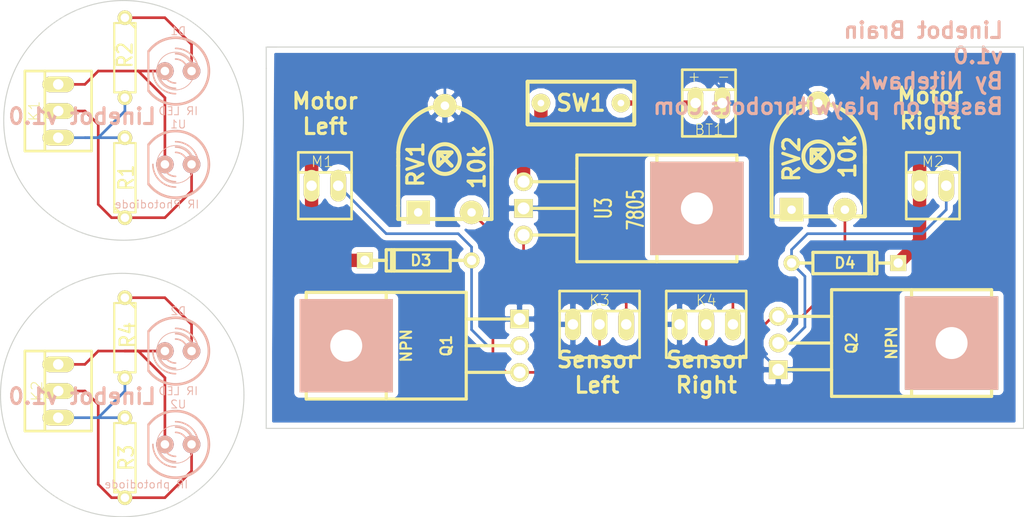
<source format=kicad_pcb>
(kicad_pcb (version 3) (host pcbnew "(2013-07-07 BZR 4022)-stable")

  (general
    (links 37)
    (no_connects 0)
    (area 14.77277 18.633119 112.318001 67.90423)
    (thickness 1.6)
    (drawings 15)
    (tracks 140)
    (zones 0)
    (modules 23)
    (nets 17)
  )

  (page A3)
  (layers
    (15 F.Cu signal)
    (0 B.Cu signal)
    (16 B.Adhes user hide)
    (17 F.Adhes user hide)
    (18 B.Paste user hide)
    (19 F.Paste user hide)
    (20 B.SilkS user)
    (21 F.SilkS user)
    (22 B.Mask user)
    (23 F.Mask user)
    (24 Dwgs.User user)
    (25 Cmts.User user)
    (26 Eco1.User user hide)
    (27 Eco2.User user hide)
    (28 Edge.Cuts user)
  )

  (setup
    (last_trace_width 0.254)
    (user_trace_width 0.1524)
    (user_trace_width 0.254)
    (user_trace_width 0.508)
    (trace_clearance 0.381)
    (zone_clearance 0.508)
    (zone_45_only no)
    (trace_min 0.1524)
    (segment_width 0.2)
    (edge_width 0.1)
    (via_size 0.889)
    (via_drill 0.635)
    (via_min_size 0.508)
    (via_min_drill 0.3302)
    (uvia_size 0.508)
    (uvia_drill 0.3302)
    (uvias_allowed no)
    (uvia_min_size 0.508)
    (uvia_min_drill 0.3302)
    (pcb_text_width 0.3)
    (pcb_text_size 1.5 1.5)
    (mod_edge_width 0.15)
    (mod_text_size 1 1)
    (mod_text_width 0.15)
    (pad_size 1.5 1.5)
    (pad_drill 0.6)
    (pad_to_mask_clearance 0)
    (aux_axis_origin 0 0)
    (visible_elements 7FFFFFFF)
    (pcbplotparams
      (layerselection 284196865)
      (usegerberextensions true)
      (excludeedgelayer true)
      (linewidth 0.150000)
      (plotframeref false)
      (viasonmask false)
      (mode 1)
      (useauxorigin false)
      (hpglpennumber 1)
      (hpglpenspeed 20)
      (hpglpendiameter 15)
      (hpglpenoverlay 2)
      (psnegative false)
      (psa4output false)
      (plotreference true)
      (plotvalue true)
      (plotothertext true)
      (plotinvisibletext false)
      (padsonsilk false)
      (subtractmaskfromsilk true)
      (outputformat 1)
      (mirror false)
      (drillshape 0)
      (scaleselection 1)
      (outputdirectory linebot))
  )

  (net 0 "")
  (net 1 5V)
  (net 2 9V)
  (net 3 GND)
  (net 4 N-000001)
  (net 5 N-0000011)
  (net 6 N-0000012)
  (net 7 N-0000013)
  (net 8 N-0000014)
  (net 9 N-0000015)
  (net 10 N-0000016)
  (net 11 N-0000017)
  (net 12 N-0000018)
  (net 13 N-000006)
  (net 14 N-000007)
  (net 15 N-000008)
  (net 16 N-000009)

  (net_class Default "This is the default net class."
    (clearance 0.381)
    (trace_width 0.254)
    (via_dia 0.889)
    (via_drill 0.635)
    (uvia_dia 0.508)
    (uvia_drill 0.3302)
    (add_net "")
    (add_net GND)
    (add_net N-000001)
    (add_net N-0000011)
    (add_net N-0000012)
    (add_net N-0000013)
    (add_net N-0000014)
    (add_net N-0000015)
    (add_net N-0000016)
    (add_net N-0000017)
    (add_net N-0000018)
    (add_net N-000006)
    (add_net N-000007)
    (add_net N-000008)
    (add_net N-000009)
  )

  (net_class Power ""
    (clearance 0.381)
    (trace_width 1.27)
    (via_dia 0.889)
    (via_drill 0.635)
    (uvia_dia 0.508)
    (uvia_drill 0.3302)
    (add_net 5V)
    (add_net 9V)
  )

  (module TO220 (layer F.Cu) (tedit 200000) (tstamp 52C61B63)
    (at 88.9 51.308)
    (descr "Transistor TO 220")
    (tags "TR TO220 DEV")
    (path /52C50240)
    (fp_text reference Q2 (at 6.985 0 90) (layer F.SilkS)
      (effects (font (size 1.016 1.016) (thickness 0.2032)))
    )
    (fp_text value NPN (at 10.795 0 90) (layer F.SilkS)
      (effects (font (size 1.016 1.016) (thickness 0.2032)))
    )
    (fp_line (start 0 -2.54) (end 5.08 -2.54) (layer F.SilkS) (width 0.3048))
    (fp_line (start 0 0) (end 5.08 0) (layer F.SilkS) (width 0.3048))
    (fp_line (start 0 2.54) (end 5.08 2.54) (layer F.SilkS) (width 0.3048))
    (fp_line (start 5.08 5.08) (end 20.32 5.08) (layer F.SilkS) (width 0.3048))
    (fp_line (start 20.32 5.08) (end 20.32 -5.08) (layer F.SilkS) (width 0.3048))
    (fp_line (start 20.32 -5.08) (end 5.08 -5.08) (layer F.SilkS) (width 0.3048))
    (fp_line (start 5.08 -5.08) (end 5.08 5.08) (layer F.SilkS) (width 0.3048))
    (fp_line (start 12.7 3.81) (end 12.7 -5.08) (layer F.SilkS) (width 0.3048))
    (fp_line (start 12.7 3.81) (end 12.7 5.08) (layer F.SilkS) (width 0.3048))
    (pad 1 thru_hole rect (at 0 2.54) (size 1.778 1.778) (drill 1.143)
      (layers *.Cu *.Mask F.SilkS)
      (net 3 GND)
    )
    (pad 2 thru_hole circle (at 0 -2.54) (size 1.778 1.778) (drill 1.143)
      (layers *.Cu *.Mask F.SilkS)
      (net 14 N-000007)
    )
    (pad 3 thru_hole circle (at 0 0) (size 1.778 1.778) (drill 1.143)
      (layers *.Cu *.Mask F.SilkS)
      (net 16 N-000009)
    )
    (pad 4 thru_hole rect (at 16.51 0) (size 8.89 8.89) (drill 3.048)
      (layers *.Cu *.SilkS *.Mask)
    )
    (model discret/to220_horiz.wrl
      (at (xyz 0 0 0))
      (scale (xyz 1 1 1))
      (rotate (xyz 0 0 0))
    )
  )

  (module TO220 (layer F.Cu) (tedit 200000) (tstamp 52C61B74)
    (at 64.262 51.562 180)
    (descr "Transistor TO 220")
    (tags "TR TO220 DEV")
    (path /52C4FE15)
    (fp_text reference Q1 (at 6.985 0 270) (layer F.SilkS)
      (effects (font (size 1.016 1.016) (thickness 0.2032)))
    )
    (fp_text value NPN (at 10.795 0 270) (layer F.SilkS)
      (effects (font (size 1.016 1.016) (thickness 0.2032)))
    )
    (fp_line (start 0 -2.54) (end 5.08 -2.54) (layer F.SilkS) (width 0.3048))
    (fp_line (start 0 0) (end 5.08 0) (layer F.SilkS) (width 0.3048))
    (fp_line (start 0 2.54) (end 5.08 2.54) (layer F.SilkS) (width 0.3048))
    (fp_line (start 5.08 5.08) (end 20.32 5.08) (layer F.SilkS) (width 0.3048))
    (fp_line (start 20.32 5.08) (end 20.32 -5.08) (layer F.SilkS) (width 0.3048))
    (fp_line (start 20.32 -5.08) (end 5.08 -5.08) (layer F.SilkS) (width 0.3048))
    (fp_line (start 5.08 -5.08) (end 5.08 5.08) (layer F.SilkS) (width 0.3048))
    (fp_line (start 12.7 3.81) (end 12.7 -5.08) (layer F.SilkS) (width 0.3048))
    (fp_line (start 12.7 3.81) (end 12.7 5.08) (layer F.SilkS) (width 0.3048))
    (pad 1 thru_hole rect (at 0 2.54 180) (size 1.778 1.778) (drill 1.143)
      (layers *.Cu *.Mask F.SilkS)
      (net 3 GND)
    )
    (pad 2 thru_hole circle (at 0 -2.54 180) (size 1.778 1.778) (drill 1.143)
      (layers *.Cu *.Mask F.SilkS)
      (net 4 N-000001)
    )
    (pad 3 thru_hole circle (at 0 0 180) (size 1.778 1.778) (drill 1.143)
      (layers *.Cu *.Mask F.SilkS)
      (net 13 N-000006)
    )
    (pad 4 thru_hole rect (at 16.51 0 180) (size 8.89 8.89) (drill 3.048)
      (layers *.Cu *.SilkS *.Mask)
    )
    (model discret/to220_horiz.wrl
      (at (xyz 0 0 0))
      (scale (xyz 1 1 1))
      (rotate (xyz 0 0 0))
    )
  )

  (module R3 (layer F.Cu) (tedit 52C6B848) (tstamp 52C61B82)
    (at 26.67 35.56 90)
    (descr "Resitance 3 pas")
    (tags R)
    (path /52C4AB24)
    (autoplace_cost180 10)
    (fp_text reference R1 (at 0 0.127 90) (layer F.SilkS)
      (effects (font (size 1.397 1.27) (thickness 0.2032)))
    )
    (fp_text value 10k (at 0 0 90) (layer F.SilkS) hide
      (effects (font (size 1.397 1.27) (thickness 0.2032)))
    )
    (fp_line (start -3.81 0) (end -3.302 0) (layer F.SilkS) (width 0.2032))
    (fp_line (start 3.81 0) (end 3.302 0) (layer F.SilkS) (width 0.2032))
    (fp_line (start 3.302 0) (end 3.302 -1.016) (layer F.SilkS) (width 0.2032))
    (fp_line (start 3.302 -1.016) (end -3.302 -1.016) (layer F.SilkS) (width 0.2032))
    (fp_line (start -3.302 -1.016) (end -3.302 1.016) (layer F.SilkS) (width 0.2032))
    (fp_line (start -3.302 1.016) (end 3.302 1.016) (layer F.SilkS) (width 0.2032))
    (fp_line (start 3.302 1.016) (end 3.302 0) (layer F.SilkS) (width 0.2032))
    (fp_line (start -3.302 -0.508) (end -2.794 -1.016) (layer F.SilkS) (width 0.2032))
    (pad 1 thru_hole circle (at -3.81 0 90) (size 1.397 1.397) (drill 0.8128)
      (layers *.Cu *.Mask F.SilkS)
      (net 12 N-0000018)
    )
    (pad 2 thru_hole circle (at 3.81 0 90) (size 1.397 1.397) (drill 0.8128)
      (layers *.Cu *.Mask F.SilkS)
      (net 6 N-0000012)
    )
    (model discret/resistor.wrl
      (at (xyz 0 0 0))
      (scale (xyz 0.3 0.3 0.3))
      (rotate (xyz 0 0 0))
    )
  )

  (module R3 (layer F.Cu) (tedit 52C6B83B) (tstamp 52C61B90)
    (at 26.67 24.13 270)
    (descr "Resitance 3 pas")
    (tags R)
    (path /52C4AB33)
    (autoplace_cost180 10)
    (fp_text reference R2 (at -0.254 0 270) (layer F.SilkS)
      (effects (font (size 1.397 1.27) (thickness 0.2032)))
    )
    (fp_text value "" (at 0 0 270) (layer F.SilkS)
      (effects (font (size 1.397 1.27) (thickness 0.2032)))
    )
    (fp_line (start -3.81 0) (end -3.302 0) (layer F.SilkS) (width 0.2032))
    (fp_line (start 3.81 0) (end 3.302 0) (layer F.SilkS) (width 0.2032))
    (fp_line (start 3.302 0) (end 3.302 -1.016) (layer F.SilkS) (width 0.2032))
    (fp_line (start 3.302 -1.016) (end -3.302 -1.016) (layer F.SilkS) (width 0.2032))
    (fp_line (start -3.302 -1.016) (end -3.302 1.016) (layer F.SilkS) (width 0.2032))
    (fp_line (start -3.302 1.016) (end 3.302 1.016) (layer F.SilkS) (width 0.2032))
    (fp_line (start 3.302 1.016) (end 3.302 0) (layer F.SilkS) (width 0.2032))
    (fp_line (start -3.302 -0.508) (end -2.794 -1.016) (layer F.SilkS) (width 0.2032))
    (pad 1 thru_hole circle (at -3.81 0 270) (size 1.397 1.397) (drill 0.8128)
      (layers *.Cu *.Mask F.SilkS)
      (net 7 N-0000013)
    )
    (pad 2 thru_hole circle (at 3.81 0 270) (size 1.397 1.397) (drill 0.8128)
      (layers *.Cu *.Mask F.SilkS)
      (net 6 N-0000012)
    )
    (model discret/resistor.wrl
      (at (xyz 0 0 0))
      (scale (xyz 0.3 0.3 0.3))
      (rotate (xyz 0 0 0))
    )
  )

  (module R3 (layer F.Cu) (tedit 52C6B885) (tstamp 52C61B9E)
    (at 26.67 62.23 90)
    (descr "Resitance 3 pas")
    (tags R)
    (path /52C4AB42)
    (autoplace_cost180 10)
    (fp_text reference R3 (at 0 0.127 90) (layer F.SilkS)
      (effects (font (size 1.397 1.27) (thickness 0.2032)))
    )
    (fp_text value 10k (at 0 0.127 90) (layer F.SilkS) hide
      (effects (font (size 1.397 1.27) (thickness 0.2032)))
    )
    (fp_line (start -3.81 0) (end -3.302 0) (layer F.SilkS) (width 0.2032))
    (fp_line (start 3.81 0) (end 3.302 0) (layer F.SilkS) (width 0.2032))
    (fp_line (start 3.302 0) (end 3.302 -1.016) (layer F.SilkS) (width 0.2032))
    (fp_line (start 3.302 -1.016) (end -3.302 -1.016) (layer F.SilkS) (width 0.2032))
    (fp_line (start -3.302 -1.016) (end -3.302 1.016) (layer F.SilkS) (width 0.2032))
    (fp_line (start -3.302 1.016) (end 3.302 1.016) (layer F.SilkS) (width 0.2032))
    (fp_line (start 3.302 1.016) (end 3.302 0) (layer F.SilkS) (width 0.2032))
    (fp_line (start -3.302 -0.508) (end -2.794 -1.016) (layer F.SilkS) (width 0.2032))
    (pad 1 thru_hole circle (at -3.81 0 90) (size 1.397 1.397) (drill 0.8128)
      (layers *.Cu *.Mask F.SilkS)
      (net 8 N-0000014)
    )
    (pad 2 thru_hole circle (at 3.81 0 90) (size 1.397 1.397) (drill 0.8128)
      (layers *.Cu *.Mask F.SilkS)
      (net 10 N-0000016)
    )
    (model discret/resistor.wrl
      (at (xyz 0 0 0))
      (scale (xyz 0.3 0.3 0.3))
      (rotate (xyz 0 0 0))
    )
  )

  (module R3 (layer F.Cu) (tedit 52C6B8A6) (tstamp 52C61BAC)
    (at 26.67 50.8 270)
    (descr "Resitance 3 pas")
    (tags R)
    (path /52C4AB51)
    (autoplace_cost180 10)
    (fp_text reference R4 (at -0.254 -0.254 270) (layer F.SilkS)
      (effects (font (size 1.397 1.27) (thickness 0.2032)))
    )
    (fp_text value 100 (at 0 0 270) (layer F.SilkS) hide
      (effects (font (size 1.397 1.27) (thickness 0.2032)))
    )
    (fp_line (start -3.81 0) (end -3.302 0) (layer F.SilkS) (width 0.2032))
    (fp_line (start 3.81 0) (end 3.302 0) (layer F.SilkS) (width 0.2032))
    (fp_line (start 3.302 0) (end 3.302 -1.016) (layer F.SilkS) (width 0.2032))
    (fp_line (start 3.302 -1.016) (end -3.302 -1.016) (layer F.SilkS) (width 0.2032))
    (fp_line (start -3.302 -1.016) (end -3.302 1.016) (layer F.SilkS) (width 0.2032))
    (fp_line (start -3.302 1.016) (end 3.302 1.016) (layer F.SilkS) (width 0.2032))
    (fp_line (start 3.302 1.016) (end 3.302 0) (layer F.SilkS) (width 0.2032))
    (fp_line (start -3.302 -0.508) (end -2.794 -1.016) (layer F.SilkS) (width 0.2032))
    (pad 1 thru_hole circle (at -3.81 0 270) (size 1.397 1.397) (drill 0.8128)
      (layers *.Cu *.Mask F.SilkS)
      (net 11 N-0000017)
    )
    (pad 2 thru_hole circle (at 3.81 0 270) (size 1.397 1.397) (drill 0.8128)
      (layers *.Cu *.Mask F.SilkS)
      (net 10 N-0000016)
    )
    (model discret/resistor.wrl
      (at (xyz 0 0 0))
      (scale (xyz 0.3 0.3 0.3))
      (rotate (xyz 0 0 0))
    )
  )

  (module POACCH (layer F.Cu) (tedit 52C6B5B6) (tstamp 52C61BC2)
    (at 92.71 33.528 90)
    (path /52C50231)
    (fp_text reference RV2 (at -0.254 -2.54 90) (layer F.SilkS)
      (effects (font (size 1.524 1.524) (thickness 0.3048)))
    )
    (fp_text value 10k (at 0 2.794 90) (layer F.SilkS)
      (effects (font (size 1.524 1.524) (thickness 0.3048)))
    )
    (fp_line (start 0.635 4.445) (end -0.635 4.445) (layer F.SilkS) (width 0.381))
    (fp_line (start 0.635 -4.445) (end 0 -4.445) (layer F.SilkS) (width 0.381))
    (fp_line (start -4.445 -4.445) (end -5.715 -4.445) (layer F.SilkS) (width 0.381))
    (fp_line (start -5.715 -4.445) (end -5.715 4.445) (layer F.SilkS) (width 0.381))
    (fp_line (start -5.715 4.445) (end -4.445 4.445) (layer F.SilkS) (width 0.381))
    (fp_line (start -0.635 -0.635) (end 0.635 -0.635) (layer F.SilkS) (width 0.381))
    (fp_line (start 0.635 -0.635) (end 0.635 0.635) (layer F.SilkS) (width 0.381))
    (fp_line (start -0.635 -0.635) (end 0.635 0.635) (layer F.SilkS) (width 0.381))
    (fp_line (start -0.635 -4.445) (end 0 -4.445) (layer F.SilkS) (width 0.381))
    (fp_line (start -0.635 0.635) (end 0.635 -0.635) (layer F.SilkS) (width 0.381))
    (fp_circle (center 0 0) (end 1.27 -0.635) (layer F.SilkS) (width 0.381))
    (fp_line (start -4.445 4.445) (end 0 4.445) (layer F.SilkS) (width 0.381))
    (fp_line (start -4.445 -4.445) (end -0.635 -4.445) (layer F.SilkS) (width 0.381))
    (fp_arc (start 0.635 0) (end 5.08 0) (angle 90) (layer F.SilkS) (width 0.381))
    (fp_arc (start 0.635 0) (end 0.635 -4.445) (angle 90) (layer F.SilkS) (width 0.381))
    (pad 2 thru_hole circle (at 5.08 0 90) (size 2.24028 2.24028) (drill 0.8128)
      (layers *.Cu *.Mask F.SilkS)
      (net 3 GND)
    )
    (pad 1 thru_hole rect (at -5.08 -2.54 90) (size 2.24028 2.24028) (drill 0.8128)
      (layers *.Cu *.Mask F.SilkS)
    )
    (pad 3 thru_hole circle (at -5.08 2.54 90) (size 2.24028 2.24028) (drill 0.8128)
      (layers *.Cu *.Mask F.SilkS)
      (net 14 N-000007)
    )
  )

  (module POACCH (layer F.Cu) (tedit 52C6B659) (tstamp 52C61BD8)
    (at 57.15 33.782 90)
    (path /52C4FD41)
    (fp_text reference RV1 (at -0.508 -2.794 90) (layer F.SilkS)
      (effects (font (size 1.524 1.524) (thickness 0.3048)))
    )
    (fp_text value 10k (at -0.762 3.048 90) (layer F.SilkS)
      (effects (font (size 1.524 1.524) (thickness 0.3048)))
    )
    (fp_line (start 0.635 4.445) (end -0.635 4.445) (layer F.SilkS) (width 0.381))
    (fp_line (start 0.635 -4.445) (end 0 -4.445) (layer F.SilkS) (width 0.381))
    (fp_line (start -4.445 -4.445) (end -5.715 -4.445) (layer F.SilkS) (width 0.381))
    (fp_line (start -5.715 -4.445) (end -5.715 4.445) (layer F.SilkS) (width 0.381))
    (fp_line (start -5.715 4.445) (end -4.445 4.445) (layer F.SilkS) (width 0.381))
    (fp_line (start -0.635 -0.635) (end 0.635 -0.635) (layer F.SilkS) (width 0.381))
    (fp_line (start 0.635 -0.635) (end 0.635 0.635) (layer F.SilkS) (width 0.381))
    (fp_line (start -0.635 -0.635) (end 0.635 0.635) (layer F.SilkS) (width 0.381))
    (fp_line (start -0.635 -4.445) (end 0 -4.445) (layer F.SilkS) (width 0.381))
    (fp_line (start -0.635 0.635) (end 0.635 -0.635) (layer F.SilkS) (width 0.381))
    (fp_circle (center 0 0) (end 1.27 -0.635) (layer F.SilkS) (width 0.381))
    (fp_line (start -4.445 4.445) (end 0 4.445) (layer F.SilkS) (width 0.381))
    (fp_line (start -4.445 -4.445) (end -0.635 -4.445) (layer F.SilkS) (width 0.381))
    (fp_arc (start 0.635 0) (end 5.08 0) (angle 90) (layer F.SilkS) (width 0.381))
    (fp_arc (start 0.635 0) (end 0.635 -4.445) (angle 90) (layer F.SilkS) (width 0.381))
    (pad 2 thru_hole circle (at 5.08 0 90) (size 2.24028 2.24028) (drill 0.8128)
      (layers *.Cu *.Mask F.SilkS)
      (net 3 GND)
    )
    (pad 1 thru_hole rect (at -5.08 -2.54 90) (size 2.24028 2.24028) (drill 0.8128)
      (layers *.Cu *.Mask F.SilkS)
    )
    (pad 3 thru_hole circle (at -5.08 2.54 90) (size 2.24028 2.24028) (drill 0.8128)
      (layers *.Cu *.Mask F.SilkS)
      (net 4 N-000001)
    )
  )

  (module PINHEAD1-3 (layer F.Cu) (tedit 52C6B62E) (tstamp 52C61BE4)
    (at 82.042 49.53)
    (path /52C4FA6D)
    (attr virtual)
    (fp_text reference K4 (at 0 -2.286) (layer F.SilkS)
      (effects (font (size 1.016 1.016) (thickness 0.0889)))
    )
    (fp_text value "" (at 0 3.81) (layer F.SilkS)
      (effects (font (size 1.016 1.016) (thickness 0.0889)))
    )
    (fp_line (start -3.81 -3.175) (end -3.81 3.175) (layer F.SilkS) (width 0.254))
    (fp_line (start 3.81 -3.175) (end 3.81 3.175) (layer F.SilkS) (width 0.254))
    (fp_line (start 3.81 -1.27) (end -3.81 -1.27) (layer F.SilkS) (width 0.254))
    (fp_line (start -3.81 -3.175) (end 3.81 -3.175) (layer F.SilkS) (width 0.254))
    (fp_line (start 3.81 3.175) (end -3.81 3.175) (layer F.SilkS) (width 0.254))
    (pad 1 thru_hole oval (at -2.54 0) (size 1.50622 3.01498) (drill 0.99822)
      (layers *.Cu F.Paste F.SilkS F.Mask)
      (net 3 GND)
    )
    (pad 2 thru_hole oval (at 0 0) (size 1.50622 3.01498) (drill 0.99822)
      (layers *.Cu F.Paste F.SilkS F.Mask)
      (net 14 N-000007)
    )
    (pad 3 thru_hole oval (at 2.54 0) (size 1.50622 3.01498) (drill 0.99822)
      (layers *.Cu F.Paste F.SilkS F.Mask)
      (net 1 5V)
    )
  )

  (module PINHEAD1-3 (layer F.Cu) (tedit 52C6B650) (tstamp 52C61BF0)
    (at 71.882 49.53)
    (path /52C4FA56)
    (attr virtual)
    (fp_text reference K3 (at 0 -2.286) (layer F.SilkS)
      (effects (font (size 1.016 1.016) (thickness 0.0889)))
    )
    (fp_text value "" (at 0 3.81) (layer F.SilkS)
      (effects (font (size 1.016 1.016) (thickness 0.0889)))
    )
    (fp_line (start -3.81 -3.175) (end -3.81 3.175) (layer F.SilkS) (width 0.254))
    (fp_line (start 3.81 -3.175) (end 3.81 3.175) (layer F.SilkS) (width 0.254))
    (fp_line (start 3.81 -1.27) (end -3.81 -1.27) (layer F.SilkS) (width 0.254))
    (fp_line (start -3.81 -3.175) (end 3.81 -3.175) (layer F.SilkS) (width 0.254))
    (fp_line (start 3.81 3.175) (end -3.81 3.175) (layer F.SilkS) (width 0.254))
    (pad 1 thru_hole oval (at -2.54 0) (size 1.50622 3.01498) (drill 0.99822)
      (layers *.Cu F.Paste F.SilkS F.Mask)
      (net 3 GND)
    )
    (pad 2 thru_hole oval (at 0 0) (size 1.50622 3.01498) (drill 0.99822)
      (layers *.Cu F.Paste F.SilkS F.Mask)
      (net 4 N-000001)
    )
    (pad 3 thru_hole oval (at 2.54 0) (size 1.50622 3.01498) (drill 0.99822)
      (layers *.Cu F.Paste F.SilkS F.Mask)
      (net 1 5V)
    )
  )

  (module PINHEAD1-3 (layer F.Cu) (tedit 52C6B828) (tstamp 52C61BFC)
    (at 20.32 55.88 90)
    (path /52C4ADB7)
    (attr virtual)
    (fp_text reference K2 (at 0 -2.032 90) (layer F.SilkS)
      (effects (font (size 1.016 1.016) (thickness 0.0889)))
    )
    (fp_text value "" (at 0 3.81 90) (layer F.SilkS)
      (effects (font (size 1.016 1.016) (thickness 0.0889)))
    )
    (fp_line (start -3.81 -3.175) (end -3.81 3.175) (layer F.SilkS) (width 0.254))
    (fp_line (start 3.81 -3.175) (end 3.81 3.175) (layer F.SilkS) (width 0.254))
    (fp_line (start 3.81 -1.27) (end -3.81 -1.27) (layer F.SilkS) (width 0.254))
    (fp_line (start -3.81 -3.175) (end 3.81 -3.175) (layer F.SilkS) (width 0.254))
    (fp_line (start 3.81 3.175) (end -3.81 3.175) (layer F.SilkS) (width 0.254))
    (pad 1 thru_hole oval (at -2.54 0 90) (size 1.50622 3.01498) (drill 0.99822)
      (layers *.Cu F.Paste F.SilkS F.Mask)
      (net 10 N-0000016)
    )
    (pad 2 thru_hole oval (at 0 0 90) (size 1.50622 3.01498) (drill 0.99822)
      (layers *.Cu F.Paste F.SilkS F.Mask)
      (net 8 N-0000014)
    )
    (pad 3 thru_hole oval (at 2.54 0 90) (size 1.50622 3.01498) (drill 0.99822)
      (layers *.Cu F.Paste F.SilkS F.Mask)
      (net 9 N-0000015)
    )
  )

  (module PINHEAD1-3 (layer F.Cu) (tedit 52C6B710) (tstamp 52C61C08)
    (at 20.32 29.21 90)
    (path /52C4ADA8)
    (attr virtual)
    (fp_text reference K1 (at 0 -2.286 90) (layer F.SilkS)
      (effects (font (size 1.016 1.016) (thickness 0.0889)))
    )
    (fp_text value "" (at 0 3.81 90) (layer F.SilkS)
      (effects (font (size 1.016 1.016) (thickness 0.0889)))
    )
    (fp_line (start -3.81 -3.175) (end -3.81 3.175) (layer F.SilkS) (width 0.254))
    (fp_line (start 3.81 -3.175) (end 3.81 3.175) (layer F.SilkS) (width 0.254))
    (fp_line (start 3.81 -1.27) (end -3.81 -1.27) (layer F.SilkS) (width 0.254))
    (fp_line (start -3.81 -3.175) (end 3.81 -3.175) (layer F.SilkS) (width 0.254))
    (fp_line (start 3.81 3.175) (end -3.81 3.175) (layer F.SilkS) (width 0.254))
    (pad 1 thru_hole oval (at -2.54 0 90) (size 1.50622 3.01498) (drill 0.99822)
      (layers *.Cu F.Paste F.SilkS F.Mask)
      (net 6 N-0000012)
    )
    (pad 2 thru_hole oval (at 0 0 90) (size 1.50622 3.01498) (drill 0.99822)
      (layers *.Cu F.Paste F.SilkS F.Mask)
      (net 12 N-0000018)
    )
    (pad 3 thru_hole oval (at 2.54 0 90) (size 1.50622 3.01498) (drill 0.99822)
      (layers *.Cu F.Paste F.SilkS F.Mask)
      (net 15 N-000008)
    )
  )

  (module PINHEAD1-2 (layer F.Cu) (tedit 52C6B66B) (tstamp 52C61C13)
    (at 45.72 36.322)
    (path /52C4FE6D)
    (attr virtual)
    (fp_text reference M1 (at -0.254 -2.286) (layer F.SilkS)
      (effects (font (size 1.016 1.016) (thickness 0.0889)))
    )
    (fp_text value "" (at 0 3.81) (layer F.SilkS)
      (effects (font (size 1.016 1.016) (thickness 0.0889)))
    )
    (fp_line (start 2.54 -1.27) (end -2.54 -1.27) (layer F.SilkS) (width 0.254))
    (fp_line (start 2.54 3.175) (end -2.54 3.175) (layer F.SilkS) (width 0.254))
    (fp_line (start -2.54 -3.175) (end 2.54 -3.175) (layer F.SilkS) (width 0.254))
    (fp_line (start -2.54 -3.175) (end -2.54 3.175) (layer F.SilkS) (width 0.254))
    (fp_line (start 2.54 -3.175) (end 2.54 3.175) (layer F.SilkS) (width 0.254))
    (pad 1 thru_hole oval (at -1.27 0) (size 1.50622 3.01498) (drill 0.99822)
      (layers *.Cu F.Paste F.SilkS F.Mask)
      (net 2 9V)
    )
    (pad 2 thru_hole oval (at 1.27 0) (size 1.50622 3.01498) (drill 0.99822)
      (layers *.Cu F.Paste F.SilkS F.Mask)
      (net 13 N-000006)
    )
  )

  (module PINHEAD1-2 (layer F.Cu) (tedit 52C6B5CC) (tstamp 52C61C1E)
    (at 103.632 36.322)
    (path /52C50213)
    (attr virtual)
    (fp_text reference M2 (at 0 -2.286) (layer F.SilkS)
      (effects (font (size 1.016 1.016) (thickness 0.0889)))
    )
    (fp_text value "" (at 0 3.81) (layer F.SilkS)
      (effects (font (size 1.016 1.016) (thickness 0.0889)))
    )
    (fp_line (start 2.54 -1.27) (end -2.54 -1.27) (layer F.SilkS) (width 0.254))
    (fp_line (start 2.54 3.175) (end -2.54 3.175) (layer F.SilkS) (width 0.254))
    (fp_line (start -2.54 -3.175) (end 2.54 -3.175) (layer F.SilkS) (width 0.254))
    (fp_line (start -2.54 -3.175) (end -2.54 3.175) (layer F.SilkS) (width 0.254))
    (fp_line (start 2.54 -3.175) (end 2.54 3.175) (layer F.SilkS) (width 0.254))
    (pad 1 thru_hole oval (at -1.27 0) (size 1.50622 3.01498) (drill 0.99822)
      (layers *.Cu F.Paste F.SilkS F.Mask)
      (net 2 9V)
    )
    (pad 2 thru_hole oval (at 1.27 0) (size 1.50622 3.01498) (drill 0.99822)
      (layers *.Cu F.Paste F.SilkS F.Mask)
      (net 16 N-000009)
    )
  )

  (module LM78XX (layer F.Cu) (tedit 200000) (tstamp 52C61C30)
    (at 64.643 38.481)
    (descr "Regulateur TO220 serie LM78xx")
    (tags "TR TO220")
    (path /52C4FC01)
    (fp_text reference U3 (at 7.62 0 90) (layer F.SilkS)
      (effects (font (size 1.524 1.016) (thickness 0.2032)))
    )
    (fp_text value 7805 (at 10.668 0.127 90) (layer F.SilkS)
      (effects (font (size 1.524 1.016) (thickness 0.2032)))
    )
    (fp_line (start 0 -2.54) (end 5.08 -2.54) (layer F.SilkS) (width 0.3048))
    (fp_line (start 0 0) (end 5.08 0) (layer F.SilkS) (width 0.3048))
    (fp_line (start 0 2.54) (end 5.08 2.54) (layer F.SilkS) (width 0.3048))
    (fp_line (start 5.08 -3.81) (end 5.08 5.08) (layer F.SilkS) (width 0.3048))
    (fp_line (start 5.08 5.08) (end 20.32 5.08) (layer F.SilkS) (width 0.3048))
    (fp_line (start 20.32 5.08) (end 20.32 -5.08) (layer F.SilkS) (width 0.3048))
    (fp_line (start 5.08 -3.81) (end 5.08 -5.08) (layer F.SilkS) (width 0.3048))
    (fp_line (start 12.7 3.81) (end 12.7 -5.08) (layer F.SilkS) (width 0.3048))
    (fp_line (start 12.7 3.81) (end 12.7 5.08) (layer F.SilkS) (width 0.3048))
    (fp_line (start 5.08 -5.08) (end 20.32 -5.08) (layer F.SilkS) (width 0.3048))
    (pad 4 thru_hole rect (at 16.51 0) (size 8.89 8.89) (drill 3.048)
      (layers *.Cu *.SilkS *.Mask)
    )
    (pad VI thru_hole circle (at 0 -2.54) (size 1.778 1.778) (drill 1.143)
      (layers *.Cu *.Mask F.SilkS)
      (net 2 9V)
    )
    (pad GND thru_hole rect (at 0 0) (size 1.778 1.778) (drill 1.143)
      (layers *.Cu *.Mask F.SilkS)
      (net 3 GND)
    )
    (pad VO thru_hole circle (at 0 2.54) (size 1.778 1.778) (drill 1.143)
      (layers *.Cu *.Mask F.SilkS)
      (net 1 5V)
    )
    (model discret/to220_horiz.wrl
      (at (xyz 0 0 0))
      (scale (xyz 1 1 1))
      (rotate (xyz 0 0 0))
    )
  )

  (module LED-5MM (layer B.Cu) (tedit 52C6B8DE) (tstamp 52C61C3F)
    (at 31.75 60.96 180)
    (descr "LED 5mm - Lead pitch 100mil (2,54mm)")
    (tags "LED led 5mm 5MM 100mil 2,54mm")
    (path /52C64318)
    (fp_text reference U2 (at 0 3.81 180) (layer B.SilkS)
      (effects (font (size 0.762 0.762) (thickness 0.0889)) (justify mirror))
    )
    (fp_text value "IR photodiode" (at 3.048 -3.81 180) (layer B.SilkS)
      (effects (font (size 0.762 0.762) (thickness 0.0889)) (justify mirror))
    )
    (fp_line (start 2.8448 -1.905) (end 2.8448 1.905) (layer B.SilkS) (width 0.2032))
    (fp_circle (center 0.254 0) (end -1.016 -1.27) (layer B.SilkS) (width 0.0762))
    (fp_arc (start 0.254 0) (end 2.794 -1.905) (angle -286.2) (layer B.SilkS) (width 0.254))
    (fp_arc (start 0.254 0) (end -0.889 0) (angle -90) (layer B.SilkS) (width 0.1524))
    (fp_arc (start 0.254 0) (end 1.397 0) (angle -90) (layer B.SilkS) (width 0.1524))
    (fp_arc (start 0.254 0) (end -1.397 0) (angle -90) (layer B.SilkS) (width 0.1524))
    (fp_arc (start 0.254 0) (end 1.905 0) (angle -90) (layer B.SilkS) (width 0.1524))
    (fp_arc (start 0.254 0) (end -1.905 0) (angle -90) (layer B.SilkS) (width 0.1524))
    (fp_arc (start 0.254 0) (end 2.413 0) (angle -90) (layer B.SilkS) (width 0.1524))
    (pad 1 thru_hole circle (at -1.27 0 180) (size 1.6764 1.6764) (drill 0.8128)
      (layers *.Cu *.Mask B.SilkS)
      (net 8 N-0000014)
    )
    (pad 2 thru_hole circle (at 1.27 0 180) (size 1.6764 1.6764) (drill 0.8128)
      (layers *.Cu *.Mask B.SilkS)
      (net 9 N-0000015)
    )
    (model discret/leds/led5_vertical_verde.wrl
      (at (xyz 0 0 0))
      (scale (xyz 1 1 1))
      (rotate (xyz 0 0 0))
    )
  )

  (module LED-5MM (layer B.Cu) (tedit 52C6B8E6) (tstamp 52C61C4E)
    (at 31.75 25.4 180)
    (descr "LED 5mm - Lead pitch 100mil (2,54mm)")
    (tags "LED led 5mm 5MM 100mil 2,54mm")
    (path /52C49F50)
    (fp_text reference D1 (at 0 3.81 180) (layer B.SilkS)
      (effects (font (size 0.762 0.762) (thickness 0.0889)) (justify mirror))
    )
    (fp_text value "IR LED" (at 0 -3.81 180) (layer B.SilkS)
      (effects (font (size 0.762 0.762) (thickness 0.0889)) (justify mirror))
    )
    (fp_line (start 2.8448 -1.905) (end 2.8448 1.905) (layer B.SilkS) (width 0.2032))
    (fp_circle (center 0.254 0) (end -1.016 -1.27) (layer B.SilkS) (width 0.0762))
    (fp_arc (start 0.254 0) (end 2.794 -1.905) (angle -286.2) (layer B.SilkS) (width 0.254))
    (fp_arc (start 0.254 0) (end -0.889 0) (angle -90) (layer B.SilkS) (width 0.1524))
    (fp_arc (start 0.254 0) (end 1.397 0) (angle -90) (layer B.SilkS) (width 0.1524))
    (fp_arc (start 0.254 0) (end -1.397 0) (angle -90) (layer B.SilkS) (width 0.1524))
    (fp_arc (start 0.254 0) (end 1.905 0) (angle -90) (layer B.SilkS) (width 0.1524))
    (fp_arc (start 0.254 0) (end -1.905 0) (angle -90) (layer B.SilkS) (width 0.1524))
    (fp_arc (start 0.254 0) (end 2.413 0) (angle -90) (layer B.SilkS) (width 0.1524))
    (pad 1 thru_hole circle (at -1.27 0 180) (size 1.6764 1.6764) (drill 0.8128)
      (layers *.Cu *.Mask B.SilkS)
      (net 7 N-0000013)
    )
    (pad 2 thru_hole circle (at 1.27 0 180) (size 1.6764 1.6764) (drill 0.8128)
      (layers *.Cu *.Mask B.SilkS)
      (net 15 N-000008)
    )
    (model discret/leds/led5_vertical_verde.wrl
      (at (xyz 0 0 0))
      (scale (xyz 1 1 1))
      (rotate (xyz 0 0 0))
    )
  )

  (module LED-5MM (layer B.Cu) (tedit 52C6B8BD) (tstamp 52C61C5D)
    (at 31.75 52.07 180)
    (descr "LED 5mm - Lead pitch 100mil (2,54mm)")
    (tags "LED led 5mm 5MM 100mil 2,54mm")
    (path /52C49FAB)
    (fp_text reference D2 (at 0 3.81 180) (layer B.SilkS)
      (effects (font (size 0.762 0.762) (thickness 0.0889)) (justify mirror))
    )
    (fp_text value "IR LED" (at 0 -3.81 180) (layer B.SilkS)
      (effects (font (size 0.762 0.762) (thickness 0.0889)) (justify mirror))
    )
    (fp_line (start 2.8448 -1.905) (end 2.8448 1.905) (layer B.SilkS) (width 0.2032))
    (fp_circle (center 0.254 0) (end -1.016 -1.27) (layer B.SilkS) (width 0.0762))
    (fp_arc (start 0.254 0) (end 2.794 -1.905) (angle -286.2) (layer B.SilkS) (width 0.254))
    (fp_arc (start 0.254 0) (end -0.889 0) (angle -90) (layer B.SilkS) (width 0.1524))
    (fp_arc (start 0.254 0) (end 1.397 0) (angle -90) (layer B.SilkS) (width 0.1524))
    (fp_arc (start 0.254 0) (end -1.397 0) (angle -90) (layer B.SilkS) (width 0.1524))
    (fp_arc (start 0.254 0) (end 1.905 0) (angle -90) (layer B.SilkS) (width 0.1524))
    (fp_arc (start 0.254 0) (end -1.905 0) (angle -90) (layer B.SilkS) (width 0.1524))
    (fp_arc (start 0.254 0) (end 2.413 0) (angle -90) (layer B.SilkS) (width 0.1524))
    (pad 1 thru_hole circle (at -1.27 0 180) (size 1.6764 1.6764) (drill 0.8128)
      (layers *.Cu *.Mask B.SilkS)
      (net 11 N-0000017)
    )
    (pad 2 thru_hole circle (at 1.27 0 180) (size 1.6764 1.6764) (drill 0.8128)
      (layers *.Cu *.Mask B.SilkS)
      (net 9 N-0000015)
    )
    (model discret/leds/led5_vertical_verde.wrl
      (at (xyz 0 0 0))
      (scale (xyz 1 1 1))
      (rotate (xyz 0 0 0))
    )
  )

  (module LED-5MM (layer B.Cu) (tedit 52C6B8F3) (tstamp 52C61C6C)
    (at 31.75 34.29 180)
    (descr "LED 5mm - Lead pitch 100mil (2,54mm)")
    (tags "LED led 5mm 5MM 100mil 2,54mm")
    (path /52C641AB)
    (fp_text reference U1 (at 0 3.81 180) (layer B.SilkS)
      (effects (font (size 0.762 0.762) (thickness 0.0889)) (justify mirror))
    )
    (fp_text value "IR Photodiode" (at 2.032 -3.81 180) (layer B.SilkS)
      (effects (font (size 0.762 0.762) (thickness 0.0889)) (justify mirror))
    )
    (fp_line (start 2.8448 -1.905) (end 2.8448 1.905) (layer B.SilkS) (width 0.2032))
    (fp_circle (center 0.254 0) (end -1.016 -1.27) (layer B.SilkS) (width 0.0762))
    (fp_arc (start 0.254 0) (end 2.794 -1.905) (angle -286.2) (layer B.SilkS) (width 0.254))
    (fp_arc (start 0.254 0) (end -0.889 0) (angle -90) (layer B.SilkS) (width 0.1524))
    (fp_arc (start 0.254 0) (end 1.397 0) (angle -90) (layer B.SilkS) (width 0.1524))
    (fp_arc (start 0.254 0) (end -1.397 0) (angle -90) (layer B.SilkS) (width 0.1524))
    (fp_arc (start 0.254 0) (end 1.905 0) (angle -90) (layer B.SilkS) (width 0.1524))
    (fp_arc (start 0.254 0) (end -1.905 0) (angle -90) (layer B.SilkS) (width 0.1524))
    (fp_arc (start 0.254 0) (end 2.413 0) (angle -90) (layer B.SilkS) (width 0.1524))
    (pad 1 thru_hole circle (at -1.27 0 180) (size 1.6764 1.6764) (drill 0.8128)
      (layers *.Cu *.Mask B.SilkS)
      (net 12 N-0000018)
    )
    (pad 2 thru_hole circle (at 1.27 0 180) (size 1.6764 1.6764) (drill 0.8128)
      (layers *.Cu *.Mask B.SilkS)
      (net 15 N-000008)
    )
    (model discret/leds/led5_vertical_verde.wrl
      (at (xyz 0 0 0))
      (scale (xyz 1 1 1))
      (rotate (xyz 0 0 0))
    )
  )

  (module DO-41 (layer F.Cu) (tedit 52C6B65F) (tstamp 52C64E1A)
    (at 54.61 43.434 180)
    (descr "Diode 3 pas")
    (tags "DIODE DEV")
    (path /52C4FE7C)
    (fp_text reference D3 (at -0.254 0 180) (layer F.SilkS)
      (effects (font (size 1.016 1.016) (thickness 0.2032)))
    )
    (fp_text value "" (at 0 0 180) (layer F.SilkS) hide
      (effects (font (size 1.016 1.016) (thickness 0.2032)))
    )
    (fp_line (start -3.81 0) (end -5.08 0) (layer F.SilkS) (width 0.3175))
    (fp_line (start 3.81 0) (end 5.08 0) (layer F.SilkS) (width 0.3175))
    (fp_line (start 3.81 0) (end 3.048 0) (layer F.SilkS) (width 0.3175))
    (fp_line (start 3.048 0) (end 3.048 -1.016) (layer F.SilkS) (width 0.3048))
    (fp_line (start 3.048 -1.016) (end -3.048 -1.016) (layer F.SilkS) (width 0.3048))
    (fp_line (start -3.048 -1.016) (end -3.048 0) (layer F.SilkS) (width 0.3048))
    (fp_line (start -3.048 0) (end -3.81 0) (layer F.SilkS) (width 0.3048))
    (fp_line (start -3.048 0) (end -3.048 1.016) (layer F.SilkS) (width 0.3048))
    (fp_line (start -3.048 1.016) (end 3.048 1.016) (layer F.SilkS) (width 0.3048))
    (fp_line (start 3.048 1.016) (end 3.048 0) (layer F.SilkS) (width 0.3048))
    (fp_line (start 2.54 -1.016) (end 2.54 1.016) (layer F.SilkS) (width 0.3048))
    (fp_line (start 2.286 1.016) (end 2.286 -1.016) (layer F.SilkS) (width 0.3048))
    (pad 2 thru_hole rect (at 5.08 0 180) (size 1.524 1.524) (drill 0.889)
      (layers *.Cu *.Mask F.SilkS)
      (net 2 9V)
    )
    (pad 1 thru_hole circle (at -5.08 0 180) (size 1.524 1.524) (drill 0.889)
      (layers *.Cu *.Mask F.SilkS)
      (net 13 N-000006)
    )
  )

  (module DO-41 (layer F.Cu) (tedit 52C6B5D2) (tstamp 52C61C90)
    (at 95.25 43.688)
    (descr "Diode 3 pas")
    (tags "DIODE DEV")
    (path /52C50222)
    (fp_text reference D4 (at 0 0) (layer F.SilkS)
      (effects (font (size 1.016 1.016) (thickness 0.2032)))
    )
    (fp_text value "" (at 0 0) (layer F.SilkS) hide
      (effects (font (size 1.016 1.016) (thickness 0.2032)))
    )
    (fp_line (start -3.81 0) (end -5.08 0) (layer F.SilkS) (width 0.3175))
    (fp_line (start 3.81 0) (end 5.08 0) (layer F.SilkS) (width 0.3175))
    (fp_line (start 3.81 0) (end 3.048 0) (layer F.SilkS) (width 0.3175))
    (fp_line (start 3.048 0) (end 3.048 -1.016) (layer F.SilkS) (width 0.3048))
    (fp_line (start 3.048 -1.016) (end -3.048 -1.016) (layer F.SilkS) (width 0.3048))
    (fp_line (start -3.048 -1.016) (end -3.048 0) (layer F.SilkS) (width 0.3048))
    (fp_line (start -3.048 0) (end -3.81 0) (layer F.SilkS) (width 0.3048))
    (fp_line (start -3.048 0) (end -3.048 1.016) (layer F.SilkS) (width 0.3048))
    (fp_line (start -3.048 1.016) (end 3.048 1.016) (layer F.SilkS) (width 0.3048))
    (fp_line (start 3.048 1.016) (end 3.048 0) (layer F.SilkS) (width 0.3048))
    (fp_line (start 2.54 -1.016) (end 2.54 1.016) (layer F.SilkS) (width 0.3048))
    (fp_line (start 2.286 1.016) (end 2.286 -1.016) (layer F.SilkS) (width 0.3048))
    (pad 2 thru_hole rect (at 5.08 0) (size 1.524 1.524) (drill 0.889)
      (layers *.Cu *.Mask F.SilkS)
      (net 2 9V)
    )
    (pad 1 thru_hole circle (at -5.08 0) (size 1.524 1.524) (drill 0.889)
      (layers *.Cu *.Mask F.SilkS)
      (net 16 N-000009)
    )
  )

  (module DIPS-DS01 (layer F.Cu) (tedit 52C6B5A8) (tstamp 52C61C9A)
    (at 70.104 28.448 90)
    (tags "dip switch")
    (path /52C4FBCD)
    (fp_text reference SW1 (at 0 0 180) (layer F.SilkS)
      (effects (font (size 1.524 1.524) (thickness 0.3048)))
    )
    (fp_text value "" (at 0 0 180) (layer F.SilkS) hide
      (effects (font (size 1.524 1.524) (thickness 0.3048)))
    )
    (fp_line (start -2.032 -5.08) (end -2.032 5.08) (layer F.SilkS) (width 0.381))
    (fp_line (start -2.032 5.08) (end 2.032 5.08) (layer F.SilkS) (width 0.381))
    (fp_line (start -2.032 -5.08) (end 2.032 -5.08) (layer F.SilkS) (width 0.381))
    (fp_line (start 2.032 -5.08) (end 2.032 5.08) (layer F.SilkS) (width 0.381))
    (pad 1 thru_hole circle (at 0 3.81 90) (size 1.778 1.778) (drill 0.635)
      (layers *.Cu *.Mask F.SilkS)
      (net 5 N-0000011)
    )
    (pad 2 thru_hole circle (at 0 -3.81 90) (size 1.778 1.778) (drill 0.635)
      (layers *.Cu *.Mask F.SilkS)
      (net 2 9V)
    )
    (model dips/dips-ds01.wrl
      (at (xyz 0 0 0))
      (scale (xyz 1 1 1))
      (rotate (xyz 0 0 0))
    )
  )

  (module PINHEAD1-2 (layer F.Cu) (tedit 52C6B59F) (tstamp 52C61CA4)
    (at 82.296 28.448)
    (path /52C4FB2F)
    (attr virtual)
    (fp_text reference BT1 (at 0 2.54) (layer F.SilkS)
      (effects (font (size 1.016 1.016) (thickness 0.0889)))
    )
    (fp_text value "+  -" (at 0 -2.54) (layer F.SilkS)
      (effects (font (size 1.016 1.016) (thickness 0.0889)))
    )
    (fp_line (start 2.54 -1.27) (end -2.54 -1.27) (layer F.SilkS) (width 0.254))
    (fp_line (start 2.54 3.175) (end -2.54 3.175) (layer F.SilkS) (width 0.254))
    (fp_line (start -2.54 -3.175) (end 2.54 -3.175) (layer F.SilkS) (width 0.254))
    (fp_line (start -2.54 -3.175) (end -2.54 3.175) (layer F.SilkS) (width 0.254))
    (fp_line (start 2.54 -3.175) (end 2.54 3.175) (layer F.SilkS) (width 0.254))
    (pad 1 thru_hole oval (at -1.27 0) (size 1.50622 3.01498) (drill 0.99822)
      (layers *.Cu F.Paste F.SilkS F.Mask)
      (net 5 N-0000011)
    )
    (pad 2 thru_hole oval (at 1.27 0) (size 1.50622 3.01498) (drill 0.99822)
      (layers *.Cu F.Paste F.SilkS F.Mask)
      (net 3 GND)
    )
  )

  (gr_text "Linebot v1.0" (at 22.606 56.388) (layer B.SilkS)
    (effects (font (size 1.5 1.5) (thickness 0.3)) (justify mirror))
  )
  (gr_text "Linebot v1.0" (at 22.606 29.718) (layer B.SilkS)
    (effects (font (size 1.5 1.5) (thickness 0.3)) (justify mirror))
  )
  (gr_text "Linebot Brain\nv1.0\nBy Nitehawk\nBased on playwithrobots.com" (at 110.49 25.146) (layer B.SilkS)
    (effects (font (size 1.5 1.5) (thickness 0.3)) (justify left mirror))
  )
  (gr_text "Motor\nLeft" (at 45.72 29.464) (layer F.SilkS)
    (effects (font (size 1.5 1.5) (thickness 0.3)))
  )
  (gr_text "Sensor\nLeft" (at 71.628 54.102) (layer F.SilkS)
    (effects (font (size 1.5 1.5) (thickness 0.3)))
  )
  (gr_text "Sensor\nRight" (at 82.042 54.102) (layer F.SilkS)
    (effects (font (size 1.5 1.5) (thickness 0.3)))
  )
  (gr_text "Motor\nRight" (at 103.378 28.956) (layer F.SilkS)
    (effects (font (size 1.5 1.5) (thickness 0.3)))
  )
  (gr_line (start 40.132 23.114) (end 40.132 25.146) (angle 90) (layer Edge.Cuts) (width 0.1))
  (gr_line (start 40.132 25.146) (end 40.132 59.436) (angle 90) (layer Edge.Cuts) (width 0.1) (tstamp 52C65324))
  (gr_line (start 40.132 23.114) (end 41.148 23.114) (angle 90) (layer Edge.Cuts) (width 0.1))
  (gr_line (start 112.268 23.114) (end 40.132 23.114) (angle 90) (layer Edge.Cuts) (width 0.1))
  (gr_line (start 112.268 59.436) (end 112.268 23.114) (angle 90) (layer Edge.Cuts) (width 0.1))
  (gr_line (start 40.132 59.436) (end 112.268 59.436) (angle 90) (layer Edge.Cuts) (width 0.1))
  (gr_circle (center 26.416 56.261) (end 31.242 45.72) (layer Edge.Cuts) (width 0.1))
  (gr_circle (center 26.543 30.099) (end 32.639 20.447) (layer Edge.Cuts) (width 0.1))

  (segment (start 71.882 45.212) (end 83.312 45.212) (width 0.254) (layer F.Cu) (net 1))
  (segment (start 84.582 46.482) (end 84.582 49.53) (width 0.254) (layer F.Cu) (net 1) (tstamp 52C64F6B))
  (segment (start 83.312 45.212) (end 84.582 46.482) (width 0.254) (layer F.Cu) (net 1) (tstamp 52C64F69))
  (segment (start 64.643 41.021) (end 64.643 42.545) (width 0.254) (layer F.Cu) (net 1))
  (segment (start 74.422 47.498) (end 74.422 49.53) (width 0.254) (layer F.Cu) (net 1) (tstamp 52C64F63))
  (segment (start 72.136 45.212) (end 74.422 47.498) (width 0.254) (layer F.Cu) (net 1) (tstamp 52C64F61))
  (segment (start 67.31 45.212) (end 71.882 45.212) (width 0.254) (layer F.Cu) (net 1) (tstamp 52C64F5F))
  (segment (start 71.882 45.212) (end 72.136 45.212) (width 0.254) (layer F.Cu) (net 1) (tstamp 52C64F67))
  (segment (start 64.643 42.545) (end 67.31 45.212) (width 0.254) (layer F.Cu) (net 1) (tstamp 52C64F5D))
  (segment (start 64.643 35.941) (end 64.643 32.004) (width 1.27) (layer F.Cu) (net 2))
  (segment (start 64.643 32.004) (end 46.482 32.004) (width 1.27) (layer F.Cu) (net 2) (tstamp 52C6B305))
  (segment (start 46.482 32.004) (end 44.45 34.036) (width 1.27) (layer F.Cu) (net 2) (tstamp 52C6B308))
  (segment (start 44.45 34.036) (end 44.45 36.322) (width 1.27) (layer F.Cu) (net 2) (tstamp 52C6B30A))
  (segment (start 64.643 32.004) (end 64.516 32.004) (width 1.27) (layer F.Cu) (net 2) (tstamp 52C6B2AA))
  (segment (start 49.53 43.434) (end 46.99 43.434) (width 1.27) (layer F.Cu) (net 2))
  (segment (start 46.99 43.434) (end 44.45 40.894) (width 1.27) (layer F.Cu) (net 2) (tstamp 52C6B275))
  (segment (start 44.45 40.894) (end 44.45 34.036) (width 1.27) (layer F.Cu) (net 2) (tstamp 52C6B27B))
  (segment (start 44.45 34.036) (end 46.482 32.004) (width 1.27) (layer F.Cu) (net 2) (tstamp 52C6B27D))
  (segment (start 46.482 32.004) (end 64.516 32.004) (width 1.27) (layer F.Cu) (net 2) (tstamp 52C6B282))
  (segment (start 64.516 32.004) (end 66.294 32.004) (width 1.27) (layer F.Cu) (net 2) (tstamp 52C6B2AD))
  (segment (start 66.294 28.448) (end 66.294 32.004) (width 1.27) (layer F.Cu) (net 2))
  (segment (start 102.362 36.322) (end 102.362 33.528) (width 1.27) (layer F.Cu) (net 2))
  (segment (start 98.298 32.004) (end 100.838 32.004) (width 1.27) (layer F.Cu) (net 2))
  (segment (start 100.838 32.004) (end 102.362 33.528) (width 1.27) (layer F.Cu) (net 2) (tstamp 52C65208))
  (segment (start 102.362 33.528) (end 102.362 41.656) (width 1.27) (layer F.Cu) (net 2) (tstamp 52C65209))
  (segment (start 102.362 41.656) (end 100.33 43.688) (width 1.27) (layer F.Cu) (net 2) (tstamp 52C6520A))
  (segment (start 67.31 32.004) (end 98.298 32.004) (width 1.27) (layer F.Cu) (net 2) (tstamp 52C65364))
  (segment (start 66.548 32.004) (end 67.31 32.004) (width 1.27) (layer F.Cu) (net 2) (tstamp 52C65147))
  (segment (start 83.566 28.448) (end 83.566 27.178) (width 0.254) (layer B.Cu) (net 3))
  (segment (start 83.566 27.178) (end 81.788 25.4) (width 0.254) (layer B.Cu) (net 3) (tstamp 52C64F32))
  (segment (start 81.788 25.4) (end 58.674 25.4) (width 0.254) (layer B.Cu) (net 3) (tstamp 52C64F34))
  (segment (start 58.674 25.4) (end 57.15 26.924) (width 0.254) (layer B.Cu) (net 3) (tstamp 52C64F36))
  (segment (start 57.15 26.924) (end 57.15 33.02) (width 0.254) (layer B.Cu) (net 3) (tstamp 52C64F38))
  (segment (start 68.834 49.022) (end 69.342 49.53) (width 0.508) (layer B.Cu) (net 3) (tstamp 52C6537C))
  (segment (start 64.643 38.481) (end 67.437 38.481) (width 0.508) (layer B.Cu) (net 3))
  (segment (start 67.437 38.481) (end 69.342 40.386) (width 0.508) (layer B.Cu) (net 3) (tstamp 52C65377))
  (segment (start 69.342 40.386) (end 69.342 46.482) (width 0.508) (layer B.Cu) (net 3) (tstamp 52C65379))
  (segment (start 69.342 46.482) (end 69.342 49.53) (width 0.508) (layer B.Cu) (net 3) (tstamp 52C65385))
  (segment (start 57.15 28.702) (end 57.15 33.02) (width 0.508) (layer B.Cu) (net 3))
  (segment (start 57.15 33.02) (end 62.611 38.481) (width 0.508) (layer B.Cu) (net 3) (tstamp 52C6536C))
  (segment (start 62.611 38.481) (end 64.643 38.481) (width 0.508) (layer B.Cu) (net 3) (tstamp 52C65373))
  (segment (start 69.342 45.974) (end 70.104 45.212) (width 0.254) (layer B.Cu) (net 3))
  (segment (start 70.104 45.212) (end 81.28 45.212) (width 0.254) (layer B.Cu) (net 3) (tstamp 52C652AD))
  (segment (start 79.502 49.53) (end 79.502 46.482) (width 0.254) (layer B.Cu) (net 3))
  (segment (start 80.772 45.212) (end 81.28 45.212) (width 0.254) (layer B.Cu) (net 3) (tstamp 52C64F4F))
  (segment (start 79.502 46.482) (end 80.772 45.212) (width 0.254) (layer B.Cu) (net 3) (tstamp 52C64F4D))
  (segment (start 64.262 49.022) (end 66.294 49.022) (width 0.254) (layer B.Cu) (net 3))
  (segment (start 66.294 49.022) (end 66.802 48.514) (width 0.254) (layer B.Cu) (net 3) (tstamp 52C64F46))
  (segment (start 66.802 48.514) (end 69.342 45.974) (width 0.254) (layer B.Cu) (net 3) (tstamp 52C65380))
  (segment (start 67.437 38.481) (end 69.342 40.386) (width 0.254) (layer B.Cu) (net 3) (tstamp 52C64F40))
  (segment (start 69.342 40.386) (end 69.342 45.974) (width 0.254) (layer B.Cu) (net 3) (tstamp 52C64F42))
  (segment (start 69.342 45.974) (end 69.342 49.53) (width 0.254) (layer B.Cu) (net 3) (tstamp 52C64F4A))
  (segment (start 62.611 38.481) (end 64.643 38.481) (width 0.254) (layer B.Cu) (net 3) (tstamp 52C64F3C))
  (segment (start 57.15 33.02) (end 62.611 38.481) (width 0.254) (layer B.Cu) (net 3) (tstamp 52C64F3A))
  (segment (start 83.566 28.448) (end 92.71 28.448) (width 0.254) (layer B.Cu) (net 3))
  (segment (start 85.344 45.212) (end 86.868 43.688) (width 0.254) (layer B.Cu) (net 3))
  (segment (start 86.868 43.688) (end 86.868 28.702) (width 0.254) (layer B.Cu) (net 3) (tstamp 52C64F59))
  (segment (start 86.868 51.816) (end 88.9 53.848) (width 0.254) (layer B.Cu) (net 3) (tstamp 52C64F55))
  (segment (start 86.868 46.736) (end 86.868 51.816) (width 0.254) (layer B.Cu) (net 3) (tstamp 52C64F53))
  (segment (start 85.344 45.212) (end 86.868 46.736) (width 0.254) (layer B.Cu) (net 3) (tstamp 52C64F51))
  (segment (start 81.28 45.212) (end 85.344 45.212) (width 0.254) (layer B.Cu) (net 3) (tstamp 52C652B2))
  (segment (start 64.262 54.102) (end 62.992 54.102) (width 0.254) (layer F.Cu) (net 4))
  (segment (start 61.722 40.894) (end 59.69 38.862) (width 0.254) (layer F.Cu) (net 4) (tstamp 52C65281))
  (segment (start 61.722 52.832) (end 61.722 40.894) (width 0.254) (layer F.Cu) (net 4) (tstamp 52C6527D))
  (segment (start 62.992 54.102) (end 61.722 52.832) (width 0.254) (layer F.Cu) (net 4) (tstamp 52C6527A))
  (segment (start 64.262 54.102) (end 67.818 54.102) (width 0.254) (layer F.Cu) (net 4))
  (segment (start 71.882 52.324) (end 71.882 49.53) (width 0.254) (layer F.Cu) (net 4) (tstamp 52C65080))
  (segment (start 70.104 54.102) (end 71.882 52.324) (width 0.254) (layer F.Cu) (net 4) (tstamp 52C6507B))
  (segment (start 67.818 54.102) (end 70.104 54.102) (width 0.254) (layer F.Cu) (net 4) (tstamp 52C6507A))
  (segment (start 73.914 28.448) (end 81.026 28.448) (width 0.508) (layer F.Cu) (net 5))
  (segment (start 26.67 29.21) (end 24.13 31.75) (width 0.254) (layer B.Cu) (net 6))
  (segment (start 24.13 31.75) (end 22.86 31.75) (width 0.254) (layer B.Cu) (net 6) (tstamp 52C64526))
  (segment (start 26.67 29.21) (end 26.67 27.94) (width 0.254) (layer B.Cu) (net 6) (tstamp 52C64524))
  (segment (start 20.32 31.75) (end 22.86 31.75) (width 0.254) (layer B.Cu) (net 6))
  (segment (start 22.86 31.75) (end 26.67 31.75) (width 0.254) (layer B.Cu) (net 6) (tstamp 52C64529))
  (segment (start 33.02 25.4) (end 33.02 22.86) (width 0.254) (layer F.Cu) (net 7))
  (segment (start 30.48 20.32) (end 26.67 20.32) (width 0.254) (layer F.Cu) (net 7) (tstamp 52C644F0))
  (segment (start 33.02 22.86) (end 30.48 20.32) (width 0.254) (layer F.Cu) (net 7) (tstamp 52C644EE))
  (segment (start 20.32 55.88) (end 22.86 55.88) (width 0.254) (layer F.Cu) (net 8))
  (segment (start 25.4 66.04) (end 24.13 64.77) (width 0.254) (layer F.Cu) (net 8) (tstamp 52C644CA))
  (segment (start 24.13 64.77) (end 24.13 57.15) (width 0.254) (layer F.Cu) (net 8) (tstamp 52C644CB))
  (segment (start 24.13 57.15) (end 22.86 55.88) (width 0.254) (layer F.Cu) (net 8) (tstamp 52C644CE))
  (segment (start 25.4 66.04) (end 26.67 66.04) (width 0.254) (layer F.Cu) (net 8))
  (segment (start 33.02 60.96) (end 33.02 63.5) (width 0.254) (layer F.Cu) (net 8))
  (segment (start 30.48 66.04) (end 26.67 66.04) (width 0.254) (layer F.Cu) (net 8) (tstamp 52C644C5))
  (segment (start 33.02 63.5) (end 30.48 66.04) (width 0.254) (layer F.Cu) (net 8) (tstamp 52C644C4))
  (segment (start 26.67 52.07) (end 27.94 52.07) (width 0.254) (layer F.Cu) (net 9))
  (segment (start 27.94 52.07) (end 30.48 54.61) (width 0.254) (layer F.Cu) (net 9) (tstamp 52C6446C))
  (segment (start 20.32 53.34) (end 22.86 53.34) (width 0.254) (layer F.Cu) (net 9))
  (segment (start 24.13 52.07) (end 26.67 52.07) (width 0.254) (layer F.Cu) (net 9) (tstamp 52C64455))
  (segment (start 26.67 52.07) (end 30.48 52.07) (width 0.254) (layer F.Cu) (net 9) (tstamp 52C6446A))
  (segment (start 22.86 53.34) (end 24.13 52.07) (width 0.254) (layer F.Cu) (net 9) (tstamp 52C64450))
  (segment (start 30.48 54.61) (end 30.48 60.96) (width 0.254) (layer F.Cu) (net 9) (tstamp 52C64473))
  (segment (start 24.13 58.42) (end 26.67 58.42) (width 0.254) (layer B.Cu) (net 10))
  (segment (start 24.13 58.42) (end 26.67 55.88) (width 0.254) (layer B.Cu) (net 10))
  (segment (start 20.32 58.42) (end 24.13 58.42) (width 0.254) (layer B.Cu) (net 10))
  (segment (start 26.67 55.88) (end 26.67 54.61) (width 0.254) (layer B.Cu) (net 10) (tstamp 52C644A8))
  (segment (start 33.02 52.07) (end 33.02 49.53) (width 0.254) (layer F.Cu) (net 11))
  (segment (start 30.48 46.99) (end 26.67 46.99) (width 0.254) (layer F.Cu) (net 11) (tstamp 52C644C0))
  (segment (start 33.02 49.53) (end 30.48 46.99) (width 0.254) (layer F.Cu) (net 11) (tstamp 52C644BD))
  (segment (start 30.48 39.37) (end 33.02 36.83) (width 0.254) (layer F.Cu) (net 12))
  (segment (start 26.67 39.37) (end 30.48 39.37) (width 0.254) (layer F.Cu) (net 12))
  (segment (start 33.02 36.83) (end 33.02 34.29) (width 0.254) (layer F.Cu) (net 12) (tstamp 52C64538))
  (segment (start 20.32 29.21) (end 22.86 29.21) (width 0.254) (layer F.Cu) (net 12))
  (segment (start 25.4 39.37) (end 26.67 39.37) (width 0.254) (layer F.Cu) (net 12) (tstamp 52C63AAD))
  (segment (start 24.13 38.1) (end 25.4 39.37) (width 0.254) (layer F.Cu) (net 12) (tstamp 52C63AAB))
  (segment (start 24.13 30.48) (end 24.13 38.1) (width 0.254) (layer F.Cu) (net 12) (tstamp 52C63AA7))
  (segment (start 22.86 29.21) (end 24.13 30.48) (width 0.254) (layer F.Cu) (net 12) (tstamp 52C63AA6))
  (segment (start 59.69 43.434) (end 59.69 42.164) (width 0.254) (layer B.Cu) (net 13))
  (segment (start 51.562 40.894) (end 46.99 36.322) (width 0.254) (layer B.Cu) (net 13) (tstamp 52C65293))
  (segment (start 58.42 40.894) (end 51.562 40.894) (width 0.254) (layer B.Cu) (net 13) (tstamp 52C65291))
  (segment (start 59.69 42.164) (end 58.42 40.894) (width 0.254) (layer B.Cu) (net 13) (tstamp 52C65290))
  (segment (start 59.69 43.434) (end 59.69 50.038) (width 0.254) (layer B.Cu) (net 13))
  (segment (start 61.214 51.562) (end 64.262 51.562) (width 0.254) (layer B.Cu) (net 13) (tstamp 52C6528C))
  (segment (start 59.69 50.038) (end 61.214 51.562) (width 0.254) (layer B.Cu) (net 13) (tstamp 52C65287))
  (segment (start 88.9 48.768) (end 91.186 48.768) (width 0.254) (layer F.Cu) (net 14))
  (segment (start 95.25 44.704) (end 95.25 38.608) (width 0.254) (layer F.Cu) (net 14) (tstamp 52C650B2))
  (segment (start 91.186 48.768) (end 95.25 44.704) (width 0.254) (layer F.Cu) (net 14) (tstamp 52C650A8))
  (segment (start 88.9 48.768) (end 88.392 48.768) (width 0.254) (layer F.Cu) (net 14))
  (segment (start 82.042 52.324) (end 82.042 49.53) (width 0.254) (layer F.Cu) (net 14) (tstamp 52C6509E))
  (segment (start 83.566 53.848) (end 82.042 52.324) (width 0.254) (layer F.Cu) (net 14) (tstamp 52C6509B))
  (segment (start 85.598 53.848) (end 83.566 53.848) (width 0.254) (layer F.Cu) (net 14) (tstamp 52C65099))
  (segment (start 86.868 52.578) (end 85.598 53.848) (width 0.254) (layer F.Cu) (net 14) (tstamp 52C65095))
  (segment (start 86.868 50.292) (end 86.868 52.578) (width 0.254) (layer F.Cu) (net 14) (tstamp 52C65090))
  (segment (start 88.392 48.768) (end 86.868 50.292) (width 0.254) (layer F.Cu) (net 14) (tstamp 52C6508C))
  (segment (start 20.32 26.67) (end 22.86 26.67) (width 0.254) (layer F.Cu) (net 15))
  (segment (start 22.86 26.67) (end 24.13 25.4) (width 0.254) (layer F.Cu) (net 15) (tstamp 52C64553))
  (segment (start 27.94 25.4) (end 30.48 27.94) (width 0.254) (layer F.Cu) (net 15))
  (segment (start 30.48 27.94) (end 30.48 34.29) (width 0.254) (layer F.Cu) (net 15) (tstamp 52C64512))
  (segment (start 24.13 25.4) (end 27.94 25.4) (width 0.254) (layer F.Cu) (net 15) (tstamp 52C64558))
  (segment (start 27.94 25.4) (end 30.48 25.4) (width 0.254) (layer F.Cu) (net 15) (tstamp 52C644FF))
  (segment (start 91.694 40.894) (end 102.616 40.894) (width 0.254) (layer B.Cu) (net 16))
  (segment (start 90.17 43.688) (end 90.17 42.418) (width 0.254) (layer B.Cu) (net 16))
  (segment (start 90.17 42.418) (end 91.694 40.894) (width 0.254) (layer B.Cu) (net 16) (tstamp 52C650D4))
  (segment (start 104.902 38.608) (end 104.902 36.322) (width 0.254) (layer B.Cu) (net 16) (tstamp 52C65219))
  (segment (start 102.616 40.894) (end 104.902 38.608) (width 0.254) (layer B.Cu) (net 16) (tstamp 52C65217))
  (segment (start 88.9 51.308) (end 89.916 51.308) (width 0.254) (layer B.Cu) (net 16))
  (segment (start 91.44 44.958) (end 90.17 43.688) (width 0.254) (layer B.Cu) (net 16) (tstamp 52C650BE))
  (segment (start 91.44 49.784) (end 91.44 44.958) (width 0.254) (layer B.Cu) (net 16) (tstamp 52C650BC))
  (segment (start 89.916 51.308) (end 91.44 49.784) (width 0.254) (layer B.Cu) (net 16) (tstamp 52C650B9))

  (zone (net 3) (net_name GND) (layer B.Cu) (tstamp 52C653A0) (hatch edge 0.508)
    (connect_pads (clearance 0.508))
    (min_thickness 0.254)
    (fill (arc_segments 16) (thermal_gap 0.508) (thermal_bridge_width 0.508))
    (polygon
      (pts
        (xy 40.894 23.622) (xy 40.64 59.182) (xy 111.506 59.182) (xy 111.506 23.876) (xy 111.506 23.622)
      )
    )
    (filled_polygon
      (pts
        (xy 111.379 58.751) (xy 110.49011 58.751) (xy 110.49011 55.627245) (xy 110.49011 46.737245) (xy 110.393641 46.503771)
        (xy 110.215168 46.324987) (xy 109.981864 46.228111) (xy 109.729245 46.22789) (xy 106.29011 46.22789) (xy 106.29011 37.118353)
        (xy 106.29011 35.525647) (xy 106.184446 34.99444) (xy 105.883542 34.544105) (xy 105.433207 34.243201) (xy 104.902 34.137537)
        (xy 104.370793 34.243201) (xy 103.920458 34.544105) (xy 103.632 34.975813) (xy 103.343542 34.544105) (xy 102.893207 34.243201)
        (xy 102.362 34.137537) (xy 101.830793 34.243201) (xy 101.380458 34.544105) (xy 101.079554 34.99444) (xy 100.97389 35.525647)
        (xy 100.97389 37.118353) (xy 101.079554 37.64956) (xy 101.380458 38.099895) (xy 101.830793 38.400799) (xy 102.362 38.506463)
        (xy 102.893207 38.400799) (xy 103.343542 38.099895) (xy 103.632 37.668186) (xy 103.920458 38.099895) (xy 104.14 38.246588)
        (xy 104.14 38.292369) (xy 102.300369 40.132) (xy 96.157724 40.132) (xy 96.242908 40.096803) (xy 96.737067 39.603505)
        (xy 97.004834 38.958651) (xy 97.005444 38.260413) (xy 96.738803 37.615092) (xy 96.245505 37.120933) (xy 95.600651 36.853166)
        (xy 94.902413 36.852556) (xy 94.475339 37.029019) (xy 94.475339 28.741211) (xy 94.453168 28.043326) (xy 94.228754 27.501542)
        (xy 93.949432 27.388173) (xy 93.769827 27.567778) (xy 93.769827 27.208568) (xy 93.656458 26.929246) (xy 93.003211 26.682661)
        (xy 92.305326 26.704832) (xy 91.763542 26.929246) (xy 91.650173 27.208568) (xy 92.71 28.268395) (xy 93.769827 27.208568)
        (xy 93.769827 27.567778) (xy 92.889605 28.448) (xy 93.949432 29.507827) (xy 94.228754 29.394458) (xy 94.475339 28.741211)
        (xy 94.475339 37.029019) (xy 94.257092 37.119197) (xy 93.769827 37.605613) (xy 93.769827 29.687432) (xy 92.71 28.627605)
        (xy 92.530395 28.80721) (xy 92.530395 28.448) (xy 91.470568 27.388173) (xy 91.191246 27.501542) (xy 90.944661 28.154789)
        (xy 90.966832 28.852674) (xy 91.191246 29.394458) (xy 91.470568 29.507827) (xy 92.530395 28.448) (xy 92.530395 28.80721)
        (xy 91.650173 29.687432) (xy 91.763542 29.966754) (xy 92.416789 30.213339) (xy 93.114674 30.191168) (xy 93.656458 29.966754)
        (xy 93.769827 29.687432) (xy 93.769827 37.605613) (xy 93.762933 37.612495) (xy 93.495166 38.257349) (xy 93.494556 38.955587)
        (xy 93.761197 39.600908) (xy 94.254495 40.095067) (xy 94.343439 40.132) (xy 91.784384 40.132) (xy 91.828153 40.088308)
        (xy 91.925029 39.855004) (xy 91.92525 39.602385) (xy 91.92525 37.362105) (xy 91.828781 37.128631) (xy 91.650308 36.949847)
        (xy 91.417004 36.852971) (xy 91.164385 36.85275) (xy 88.924105 36.85275) (xy 88.690631 36.949219) (xy 88.511847 37.127692)
        (xy 88.414971 37.360996) (xy 88.41475 37.613615) (xy 88.41475 39.853895) (xy 88.511219 40.087369) (xy 88.689692 40.266153)
        (xy 88.922996 40.363029) (xy 89.175615 40.36325) (xy 91.147119 40.36325) (xy 89.631185 41.879185) (xy 89.466004 42.126395)
        (xy 89.408 42.418) (xy 89.408 42.491296) (xy 89.379697 42.502991) (xy 88.986372 42.89563) (xy 88.773244 43.408901)
        (xy 88.772759 43.964661) (xy 88.984991 44.478303) (xy 89.37763 44.871628) (xy 89.890901 45.084756) (xy 90.446661 45.085241)
        (xy 90.477052 45.072683) (xy 90.678 45.27363) (xy 90.678 49.468369) (xy 89.946842 50.199527) (xy 89.78526 50.037664)
        (xy 90.19123 49.632403) (xy 90.423734 49.072472) (xy 90.424263 48.466188) (xy 90.192737 47.905852) (xy 89.764403 47.47677)
        (xy 89.204472 47.244266) (xy 88.598188 47.243737) (xy 88.037852 47.475263) (xy 87.60877 47.903597) (xy 87.376266 48.463528)
        (xy 87.375737 49.069812) (xy 87.607263 49.630148) (xy 88.014739 50.038335) (xy 87.60877 50.443597) (xy 87.376266 51.003528)
        (xy 87.375737 51.609812) (xy 87.607263 52.170148) (xy 87.797095 52.360312) (xy 87.651771 52.420359) (xy 87.472987 52.598832)
        (xy 87.376111 52.832136) (xy 87.37589 53.084755) (xy 87.376 53.56225) (xy 87.53475 53.721) (xy 88.773 53.721)
        (xy 88.773 53.701) (xy 89.027 53.701) (xy 89.027 53.721) (xy 90.26525 53.721) (xy 90.424 53.56225)
        (xy 90.42411 53.084755) (xy 90.423889 52.832136) (xy 90.327013 52.598832) (xy 90.148229 52.420359) (xy 90.002966 52.360338)
        (xy 90.19123 52.172403) (xy 90.277125 51.965543) (xy 90.454815 51.846815) (xy 91.978815 50.322816) (xy 91.978815 50.322815)
        (xy 92.143996 50.075605) (xy 92.201999 49.784) (xy 92.202 49.784) (xy 92.202 44.958) (xy 92.143996 44.666395)
        (xy 91.978815 44.419185) (xy 91.978815 44.419184) (xy 91.555012 43.995381) (xy 91.566756 43.967099) (xy 91.567241 43.411339)
        (xy 91.355009 42.897697) (xy 91.061727 42.603902) (xy 92.00963 41.656) (xy 102.616 41.656) (xy 102.616 41.655999)
        (xy 102.907604 41.597996) (xy 102.907605 41.597996) (xy 103.154815 41.432815) (xy 105.440815 39.146816) (xy 105.440815 39.146815)
        (xy 105.605996 38.899605) (xy 105.663999 38.608) (xy 105.664 38.608) (xy 105.664 38.246588) (xy 105.883542 38.099895)
        (xy 106.184446 37.64956) (xy 106.29011 37.118353) (xy 106.29011 46.22789) (xy 101.72711 46.22789) (xy 101.72711 44.324245)
        (xy 101.72711 42.800245) (xy 101.630641 42.566771) (xy 101.452168 42.387987) (xy 101.218864 42.291111) (xy 100.966245 42.29089)
        (xy 99.442245 42.29089) (xy 99.208771 42.387359) (xy 99.029987 42.565832) (xy 98.933111 42.799136) (xy 98.93289 43.051755)
        (xy 98.93289 44.575755) (xy 99.029359 44.809229) (xy 99.207832 44.988013) (xy 99.441136 45.084889) (xy 99.693755 45.08511)
        (xy 101.217755 45.08511) (xy 101.451229 44.988641) (xy 101.630013 44.810168) (xy 101.726889 44.576864) (xy 101.72711 44.324245)
        (xy 101.72711 46.22789) (xy 100.839245 46.22789) (xy 100.605771 46.324359) (xy 100.426987 46.502832) (xy 100.330111 46.736136)
        (xy 100.32989 46.988755) (xy 100.32989 55.878755) (xy 100.426359 56.112229) (xy 100.604832 56.291013) (xy 100.838136 56.387889)
        (xy 101.090755 56.38811) (xy 109.980755 56.38811) (xy 110.214229 56.291641) (xy 110.393013 56.113168) (xy 110.489889 55.879864)
        (xy 110.49011 55.627245) (xy 110.49011 58.751) (xy 90.42411 58.751) (xy 90.42411 54.611245) (xy 90.424 54.13375)
        (xy 90.26525 53.975) (xy 89.027 53.975) (xy 89.027 55.21325) (xy 89.18575 55.372) (xy 89.914755 55.37211)
        (xy 90.148229 55.275641) (xy 90.327013 55.097168) (xy 90.423889 54.863864) (xy 90.42411 54.611245) (xy 90.42411 58.751)
        (xy 88.773 58.751) (xy 88.773 55.21325) (xy 88.773 53.975) (xy 87.53475 53.975) (xy 87.376 54.13375)
        (xy 87.37589 54.611245) (xy 87.376111 54.863864) (xy 87.472987 55.097168) (xy 87.651771 55.275641) (xy 87.885245 55.37211)
        (xy 88.61425 55.372) (xy 88.773 55.21325) (xy 88.773 58.751) (xy 86.23311 58.751) (xy 86.23311 42.800245)
        (xy 86.23311 33.910245) (xy 86.136641 33.676771) (xy 85.958168 33.497987) (xy 85.724864 33.401111) (xy 85.472245 33.40089)
        (xy 84.95411 33.40089) (xy 84.95411 29.32938) (xy 84.95411 28.575) (xy 84.95411 28.321) (xy 84.95411 27.56662)
        (xy 84.799846 27.045081) (xy 84.45774 26.622276) (xy 83.979875 26.362573) (xy 83.907674 26.348217) (xy 83.693 26.470838)
        (xy 83.693 28.321) (xy 84.95411 28.321) (xy 84.95411 28.575) (xy 83.693 28.575) (xy 83.693 30.425162)
        (xy 83.907674 30.547783) (xy 83.979875 30.533427) (xy 84.45774 30.273724) (xy 84.799846 29.850919) (xy 84.95411 29.32938)
        (xy 84.95411 33.40089) (xy 83.439 33.40089) (xy 83.439 30.425162) (xy 83.439 28.575) (xy 83.419 28.575)
        (xy 83.419 28.321) (xy 83.439 28.321) (xy 83.439 26.470838) (xy 83.224326 26.348217) (xy 83.152125 26.362573)
        (xy 82.67426 26.622276) (xy 82.332154 27.045081) (xy 82.309016 27.123306) (xy 82.308446 27.12044) (xy 82.007542 26.670105)
        (xy 81.557207 26.369201) (xy 81.026 26.263537) (xy 80.494793 26.369201) (xy 80.044458 26.670105) (xy 79.743554 27.12044)
        (xy 79.63789 27.651647) (xy 79.63789 29.244353) (xy 79.743554 29.77556) (xy 80.044458 30.225895) (xy 80.494793 30.526799)
        (xy 81.026 30.632463) (xy 81.557207 30.526799) (xy 82.007542 30.225895) (xy 82.308446 29.77556) (xy 82.309016 29.772693)
        (xy 82.332154 29.850919) (xy 82.67426 30.273724) (xy 83.152125 30.533427) (xy 83.224326 30.547783) (xy 83.439 30.425162)
        (xy 83.439 33.40089) (xy 76.582245 33.40089) (xy 76.348771 33.497359) (xy 76.169987 33.675832) (xy 76.073111 33.909136)
        (xy 76.07289 34.161755) (xy 76.07289 43.051755) (xy 76.169359 43.285229) (xy 76.347832 43.464013) (xy 76.581136 43.560889)
        (xy 76.833755 43.56111) (xy 85.723755 43.56111) (xy 85.957229 43.464641) (xy 86.136013 43.286168) (xy 86.232889 43.052864)
        (xy 86.23311 42.800245) (xy 86.23311 58.751) (xy 85.97011 58.751) (xy 85.97011 50.326353) (xy 85.97011 48.733647)
        (xy 85.864446 48.20244) (xy 85.563542 47.752105) (xy 85.113207 47.451201) (xy 84.582 47.345537) (xy 84.050793 47.451201)
        (xy 83.600458 47.752105) (xy 83.312 48.183813) (xy 83.023542 47.752105) (xy 82.573207 47.451201) (xy 82.042 47.345537)
        (xy 81.510793 47.451201) (xy 81.060458 47.752105) (xy 80.759554 48.20244) (xy 80.758983 48.205306) (xy 80.735846 48.127081)
        (xy 80.39374 47.704276) (xy 79.915875 47.444573) (xy 79.843674 47.430217) (xy 79.629 47.552838) (xy 79.629 49.403)
        (xy 79.649 49.403) (xy 79.649 49.657) (xy 79.629 49.657) (xy 79.629 51.507162) (xy 79.843674 51.629783)
        (xy 79.915875 51.615427) (xy 80.39374 51.355724) (xy 80.735846 50.932919) (xy 80.758983 50.854693) (xy 80.759554 50.85756)
        (xy 81.060458 51.307895) (xy 81.510793 51.608799) (xy 82.042 51.714463) (xy 82.573207 51.608799) (xy 83.023542 51.307895)
        (xy 83.312 50.876186) (xy 83.600458 51.307895) (xy 84.050793 51.608799) (xy 84.582 51.714463) (xy 85.113207 51.608799)
        (xy 85.563542 51.307895) (xy 85.864446 50.85756) (xy 85.97011 50.326353) (xy 85.97011 58.751) (xy 79.375 58.751)
        (xy 79.375 51.507162) (xy 79.375 49.657) (xy 79.375 49.403) (xy 79.375 47.552838) (xy 79.160326 47.430217)
        (xy 79.088125 47.444573) (xy 78.61026 47.704276) (xy 78.268154 48.127081) (xy 78.11389 48.64862) (xy 78.11389 49.403)
        (xy 79.375 49.403) (xy 79.375 49.657) (xy 78.11389 49.657) (xy 78.11389 50.41138) (xy 78.268154 50.932919)
        (xy 78.61026 51.355724) (xy 79.088125 51.615427) (xy 79.160326 51.629783) (xy 79.375 51.507162) (xy 79.375 58.751)
        (xy 75.81011 58.751) (xy 75.81011 50.326353) (xy 75.81011 48.733647) (xy 75.704446 48.20244) (xy 75.438263 47.804068)
        (xy 75.438263 28.146188) (xy 75.206737 27.585852) (xy 74.778403 27.15677) (xy 74.218472 26.924266) (xy 73.612188 26.923737)
        (xy 73.051852 27.155263) (xy 72.62277 27.583597) (xy 72.390266 28.143528) (xy 72.389737 28.749812) (xy 72.621263 29.310148)
        (xy 73.049597 29.73923) (xy 73.609528 29.971734) (xy 74.215812 29.972263) (xy 74.776148 29.740737) (xy 75.20523 29.312403)
        (xy 75.437734 28.752472) (xy 75.438263 28.146188) (xy 75.438263 47.804068) (xy 75.403542 47.752105) (xy 74.953207 47.451201)
        (xy 74.422 47.345537) (xy 73.890793 47.451201) (xy 73.440458 47.752105) (xy 73.152 48.183813) (xy 72.863542 47.752105)
        (xy 72.413207 47.451201) (xy 71.882 47.345537) (xy 71.350793 47.451201) (xy 70.900458 47.752105) (xy 70.599554 48.20244)
        (xy 70.598983 48.205306) (xy 70.575846 48.127081) (xy 70.23374 47.704276) (xy 69.755875 47.444573) (xy 69.683674 47.430217)
        (xy 69.469 47.552838) (xy 69.469 49.403) (xy 69.489 49.403) (xy 69.489 49.657) (xy 69.469 49.657)
        (xy 69.469 51.507162) (xy 69.683674 51.629783) (xy 69.755875 51.615427) (xy 70.23374 51.355724) (xy 70.575846 50.932919)
        (xy 70.598983 50.854693) (xy 70.599554 50.85756) (xy 70.900458 51.307895) (xy 71.350793 51.608799) (xy 71.882 51.714463)
        (xy 72.413207 51.608799) (xy 72.863542 51.307895) (xy 73.152 50.876186) (xy 73.440458 51.307895) (xy 73.890793 51.608799)
        (xy 74.422 51.714463) (xy 74.953207 51.608799) (xy 75.403542 51.307895) (xy 75.704446 50.85756) (xy 75.81011 50.326353)
        (xy 75.81011 58.751) (xy 69.215 58.751) (xy 69.215 51.507162) (xy 69.215 49.657) (xy 69.215 49.403)
        (xy 69.215 47.552838) (xy 69.000326 47.430217) (xy 68.928125 47.444573) (xy 68.45026 47.704276) (xy 68.108154 48.127081)
        (xy 67.95389 48.64862) (xy 67.95389 49.403) (xy 69.215 49.403) (xy 69.215 49.657) (xy 67.95389 49.657)
        (xy 67.95389 50.41138) (xy 68.108154 50.932919) (xy 68.45026 51.355724) (xy 68.928125 51.615427) (xy 69.000326 51.629783)
        (xy 69.215 51.507162) (xy 69.215 58.751) (xy 67.818263 58.751) (xy 67.818263 28.146188) (xy 67.586737 27.585852)
        (xy 67.158403 27.15677) (xy 66.598472 26.924266) (xy 65.992188 26.923737) (xy 65.431852 27.155263) (xy 65.00277 27.583597)
        (xy 64.770266 28.143528) (xy 64.769737 28.749812) (xy 65.001263 29.310148) (xy 65.429597 29.73923) (xy 65.989528 29.971734)
        (xy 66.595812 29.972263) (xy 67.156148 29.740737) (xy 67.58523 29.312403) (xy 67.817734 28.752472) (xy 67.818263 28.146188)
        (xy 67.818263 58.751) (xy 66.167263 58.751) (xy 66.167263 40.719188) (xy 66.167263 35.639188) (xy 65.935737 35.078852)
        (xy 65.507403 34.64977) (xy 64.947472 34.417266) (xy 64.341188 34.416737) (xy 63.780852 34.648263) (xy 63.35177 35.076597)
        (xy 63.119266 35.636528) (xy 63.118737 36.242812) (xy 63.350263 36.803148) (xy 63.540095 36.993312) (xy 63.394771 37.053359)
        (xy 63.215987 37.231832) (xy 63.119111 37.465136) (xy 63.11889 37.717755) (xy 63.119 38.19525) (xy 63.27775 38.354)
        (xy 64.516 38.354) (xy 64.516 38.334) (xy 64.77 38.334) (xy 64.77 38.354) (xy 66.00825 38.354)
        (xy 66.167 38.19525) (xy 66.16711 37.717755) (xy 66.166889 37.465136) (xy 66.070013 37.231832) (xy 65.891229 37.053359)
        (xy 65.745966 36.993338) (xy 65.93423 36.805403) (xy 66.166734 36.245472) (xy 66.167263 35.639188) (xy 66.167263 40.719188)
        (xy 65.935737 40.158852) (xy 65.745904 39.968687) (xy 65.891229 39.908641) (xy 66.070013 39.730168) (xy 66.166889 39.496864)
        (xy 66.16711 39.244245) (xy 66.167 38.76675) (xy 66.00825 38.608) (xy 64.77 38.608) (xy 64.77 38.628)
        (xy 64.516 38.628) (xy 64.516 38.608) (xy 63.27775 38.608) (xy 63.119 38.76675) (xy 63.11889 39.244245)
        (xy 63.119111 39.496864) (xy 63.215987 39.730168) (xy 63.394771 39.908641) (xy 63.540033 39.968661) (xy 63.35177 40.156597)
        (xy 63.119266 40.716528) (xy 63.118737 41.322812) (xy 63.350263 41.883148) (xy 63.778597 42.31223) (xy 64.338528 42.544734)
        (xy 64.944812 42.545263) (xy 65.505148 42.313737) (xy 65.93423 41.885403) (xy 66.166734 41.325472) (xy 66.167263 40.719188)
        (xy 66.167263 58.751) (xy 65.786263 58.751) (xy 65.786263 53.800188) (xy 65.554737 53.239852) (xy 65.14726 52.831664)
        (xy 65.55323 52.426403) (xy 65.785734 51.866472) (xy 65.786263 51.260188) (xy 65.554737 50.699852) (xy 65.364904 50.509687)
        (xy 65.510229 50.449641) (xy 65.689013 50.271168) (xy 65.785889 50.037864) (xy 65.78611 49.785245) (xy 65.78611 48.258755)
        (xy 65.785889 48.006136) (xy 65.689013 47.772832) (xy 65.510229 47.594359) (xy 65.276755 47.49789) (xy 64.54775 47.498)
        (xy 64.389 47.65675) (xy 64.389 48.895) (xy 65.62725 48.895) (xy 65.786 48.73625) (xy 65.78611 48.258755)
        (xy 65.78611 49.785245) (xy 65.786 49.30775) (xy 65.62725 49.149) (xy 64.389 49.149) (xy 64.389 49.169)
        (xy 64.135 49.169) (xy 64.135 49.149) (xy 64.135 48.895) (xy 64.135 47.65675) (xy 63.97625 47.498)
        (xy 63.247245 47.49789) (xy 63.013771 47.594359) (xy 62.834987 47.772832) (xy 62.738111 48.006136) (xy 62.73789 48.258755)
        (xy 62.738 48.73625) (xy 62.89675 48.895) (xy 64.135 48.895) (xy 64.135 49.149) (xy 62.89675 49.149)
        (xy 62.738 49.30775) (xy 62.73789 49.785245) (xy 62.738111 50.037864) (xy 62.834987 50.271168) (xy 63.013771 50.449641)
        (xy 63.159033 50.509661) (xy 62.97077 50.697597) (xy 62.928248 50.8) (xy 61.52963 50.8) (xy 60.452 49.722369)
        (xy 60.452 44.630703) (xy 60.480303 44.619009) (xy 60.873628 44.22637) (xy 61.086756 43.713099) (xy 61.087241 43.157339)
        (xy 60.875009 42.643697) (xy 60.48237 42.250372) (xy 60.452 42.237761) (xy 60.452 42.164) (xy 60.393996 41.872395)
        (xy 60.228815 41.625185) (xy 60.228815 41.625184) (xy 59.136044 40.532414) (xy 59.339349 40.616834) (xy 60.037587 40.617444)
        (xy 60.682908 40.350803) (xy 61.177067 39.857505) (xy 61.444834 39.212651) (xy 61.445444 38.514413) (xy 61.178803 37.869092)
        (xy 60.685505 37.374933) (xy 60.040651 37.107166) (xy 59.342413 37.106556) (xy 58.915339 37.283019) (xy 58.915339 28.995211)
        (xy 58.893168 28.297326) (xy 58.668754 27.755542) (xy 58.389432 27.642173) (xy 58.209827 27.821778) (xy 58.209827 27.462568)
        (xy 58.096458 27.183246) (xy 57.443211 26.936661) (xy 56.745326 26.958832) (xy 56.203542 27.183246) (xy 56.090173 27.462568)
        (xy 57.15 28.522395) (xy 58.209827 27.462568) (xy 58.209827 27.821778) (xy 57.329605 28.702) (xy 58.389432 29.761827)
        (xy 58.668754 29.648458) (xy 58.915339 28.995211) (xy 58.915339 37.283019) (xy 58.697092 37.373197) (xy 58.209827 37.859613)
        (xy 58.209827 29.941432) (xy 57.15 28.881605) (xy 56.970395 29.06121) (xy 56.970395 28.702) (xy 55.910568 27.642173)
        (xy 55.631246 27.755542) (xy 55.384661 28.408789) (xy 55.406832 29.106674) (xy 55.631246 29.648458) (xy 55.910568 29.761827)
        (xy 56.970395 28.702) (xy 56.970395 29.06121) (xy 56.090173 29.941432) (xy 56.203542 30.220754) (xy 56.856789 30.467339)
        (xy 57.554674 30.445168) (xy 58.096458 30.220754) (xy 58.209827 29.941432) (xy 58.209827 37.859613) (xy 58.202933 37.866495)
        (xy 57.935166 38.511349) (xy 57.934556 39.209587) (xy 58.201197 39.854908) (xy 58.492128 40.146347) (xy 58.42 40.132)
        (xy 56.35548 40.132) (xy 56.365029 40.109004) (xy 56.36525 39.856385) (xy 56.36525 37.616105) (xy 56.268781 37.382631)
        (xy 56.090308 37.203847) (xy 55.857004 37.106971) (xy 55.604385 37.10675) (xy 53.364105 37.10675) (xy 53.130631 37.203219)
        (xy 52.951847 37.381692) (xy 52.854971 37.614996) (xy 52.85475 37.867615) (xy 52.85475 40.107895) (xy 52.864709 40.132)
        (xy 51.87763 40.132) (xy 48.37811 36.632479) (xy 48.37811 35.525647) (xy 48.272446 34.99444) (xy 47.971542 34.544105)
        (xy 47.521207 34.243201) (xy 46.99 34.137537) (xy 46.458793 34.243201) (xy 46.008458 34.544105) (xy 45.72 34.975813)
        (xy 45.431542 34.544105) (xy 44.981207 34.243201) (xy 44.45 34.137537) (xy 43.918793 34.243201) (xy 43.468458 34.544105)
        (xy 43.167554 34.99444) (xy 43.06189 35.525647) (xy 43.06189 37.118353) (xy 43.167554 37.64956) (xy 43.468458 38.099895)
        (xy 43.918793 38.400799) (xy 44.45 38.506463) (xy 44.981207 38.400799) (xy 45.431542 38.099895) (xy 45.72 37.668186)
        (xy 46.008458 38.099895) (xy 46.458793 38.400799) (xy 46.99 38.506463) (xy 47.521207 38.400799) (xy 47.802928 38.212558)
        (xy 51.023184 41.432815) (xy 51.023185 41.432815) (xy 51.270395 41.597996) (xy 51.562 41.656) (xy 58.104369 41.656)
        (xy 58.79844 42.350071) (xy 58.506372 42.64163) (xy 58.293244 43.154901) (xy 58.292759 43.710661) (xy 58.504991 44.224303)
        (xy 58.89763 44.617628) (xy 58.928 44.630238) (xy 58.928 50.038) (xy 58.986004 50.329605) (xy 59.151185 50.576815)
        (xy 60.675184 52.100815) (xy 60.675185 52.100815) (xy 60.922395 52.265996) (xy 61.214 52.324) (xy 62.927882 52.324)
        (xy 62.969263 52.424148) (xy 63.376739 52.832335) (xy 62.97077 53.237597) (xy 62.738266 53.797528) (xy 62.737737 54.403812)
        (xy 62.969263 54.964148) (xy 63.397597 55.39323) (xy 63.957528 55.625734) (xy 64.563812 55.626263) (xy 65.124148 55.394737)
        (xy 65.55323 54.966403) (xy 65.785734 54.406472) (xy 65.786263 53.800188) (xy 65.786263 58.751) (xy 52.83211 58.751)
        (xy 52.83211 55.881245) (xy 52.83211 46.991245) (xy 52.735641 46.757771) (xy 52.557168 46.578987) (xy 52.323864 46.482111)
        (xy 52.071245 46.48189) (xy 50.92711 46.48189) (xy 50.92711 44.070245) (xy 50.92711 42.546245) (xy 50.830641 42.312771)
        (xy 50.652168 42.133987) (xy 50.418864 42.037111) (xy 50.166245 42.03689) (xy 48.642245 42.03689) (xy 48.408771 42.133359)
        (xy 48.229987 42.311832) (xy 48.133111 42.545136) (xy 48.13289 42.797755) (xy 48.13289 44.321755) (xy 48.229359 44.555229)
        (xy 48.407832 44.734013) (xy 48.641136 44.830889) (xy 48.893755 44.83111) (xy 50.417755 44.83111) (xy 50.651229 44.734641)
        (xy 50.830013 44.556168) (xy 50.926889 44.322864) (xy 50.92711 44.070245) (xy 50.92711 46.48189) (xy 43.181245 46.48189)
        (xy 42.947771 46.578359) (xy 42.768987 46.756832) (xy 42.672111 46.990136) (xy 42.67189 47.242755) (xy 42.67189 56.132755)
        (xy 42.768359 56.366229) (xy 42.946832 56.545013) (xy 43.180136 56.641889) (xy 43.432755 56.64211) (xy 52.322755 56.64211)
        (xy 52.556229 56.545641) (xy 52.735013 56.367168) (xy 52.831889 56.133864) (xy 52.83211 55.881245) (xy 52.83211 58.751)
        (xy 40.817 58.751) (xy 40.817 52.182407) (xy 41.019738 23.799) (xy 41.148 23.799) (xy 111.379 23.799)
        (xy 111.379 23.876) (xy 111.379 58.751)
      )
    )
  )
)

</source>
